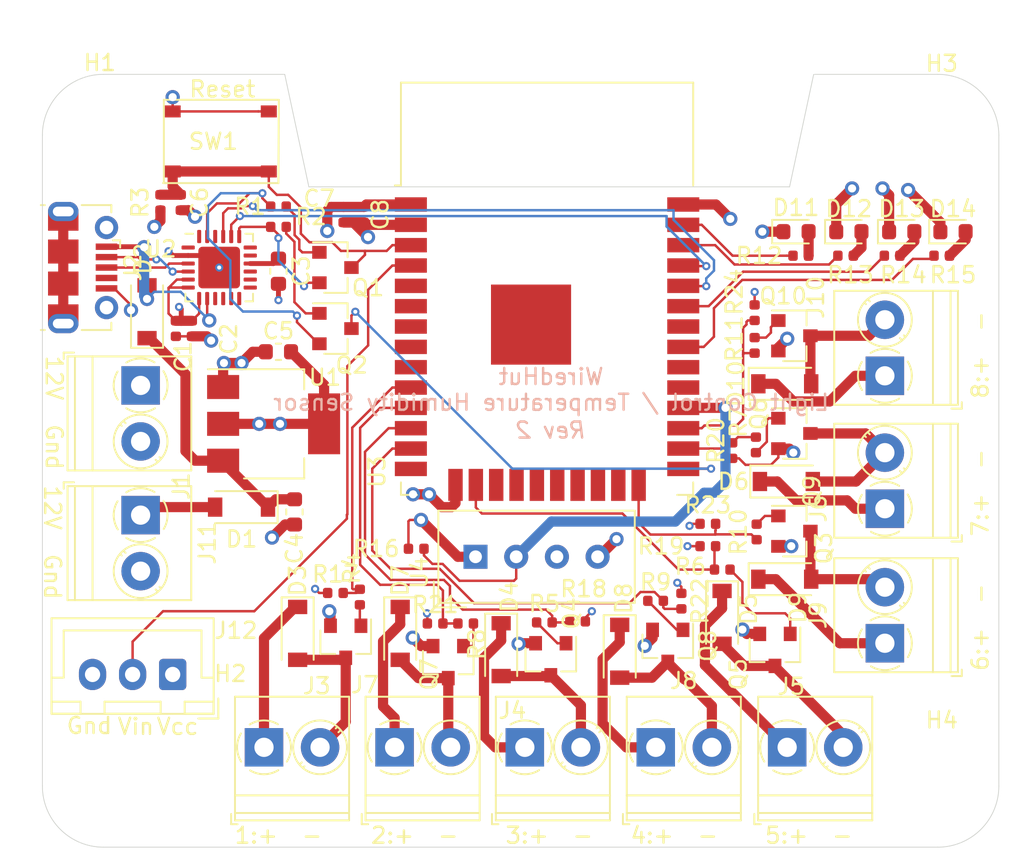
<source format=kicad_pcb>
(kicad_pcb (version 20171130) (host pcbnew "(5.1.4)-1")
  (layers (0 F.Cu signal) (1 In1.Cu power) (2 In2.Cu power) (31 B.Cu signal) (34 B.Paste user) (35 F.Paste user) (36 B.SilkS user) (37 F.SilkS user) (38 B.Mask user) (39 F.Mask user) (44 Edge.Cuts user))
  (net 0 "")
  (net 1 GND)
  (net 2 +3V3)
  (net 3 "Net-(C3-Pad1)")
  (net 4 "Net-(C4-Pad1)")
  (net 5 /EN)
  (net 6 VCC)
  (net 7 VBUS)
  (net 8 /USB_RTS)
  (net 9 "Net-(Q1-Pad1)")
  (net 10 /IO0)
  (net 11 /USB_DTR)
  (net 12 "Net-(Q2-Pad1)")
  (net 13 /USB_TX)
  (net 14 /USB_RX)
  (net 15 /USB_DM)
  (net 16 /USB_DP)
  (net 17 "Net-(D3-Pad2)")
  (net 18 "Net-(D4-Pad2)")
  (net 19 "Net-(D5-Pad2)")
  (net 20 "Net-(D6-Pad2)")
  (net 21 "Net-(D7-Pad2)")
  (net 22 "Net-(D8-Pad2)")
  (net 23 "Net-(D9-Pad2)")
  (net 24 "Net-(D10-Pad2)")
  (net 25 "Net-(Q3-Pad1)")
  (net 26 "Net-(Q4-Pad1)")
  (net 27 "Net-(Q5-Pad1)")
  (net 28 "Net-(Q6-Pad1)")
  (net 29 "Net-(Q7-Pad1)")
  (net 30 "Net-(Q8-Pad1)")
  (net 31 "Net-(Q9-Pad1)")
  (net 32 "Net-(Q10-Pad1)")
  (net 33 /PIR_A)
  (net 34 /CH_1)
  (net 35 /CH_3)
  (net 36 /CH_5)
  (net 37 /CH_7)
  (net 38 /CH_2)
  (net 39 /CH_4)
  (net 40 /CH_6)
  (net 41 /CH_8)
  (net 42 "Net-(D11-Pad2)")
  (net 43 "Net-(D12-Pad2)")
  (net 44 "Net-(D13-Pad2)")
  (net 45 "Net-(D14-Pad2)")
  (net 46 /LED1)
  (net 47 /LED2)
  (net 48 /LED3)
  (net 49 /LED4)
  (net 50 /DHT_IO)
  (module Resistor_SMD:R_0402_1005Metric (layer F.Cu) (at 147.32 68.857 270)
    (fp_text reference R24 (at -1.293 1.27 90) (layer F.SilkS))
    (fp_text value 10kR)
    (pad 2 smd roundrect (at 0.485 0 270) (size 0.59 0.64) (layers F.Cu F.Paste F.Mask) (net 41 /CH_8))
    (pad 1 smd roundrect (at -0.485 0 270) (size 0.59 0.64) (layers F.Cu F.Paste F.Mask) (net 1 GND))
  )
  (module Resistor_SMD:R_0402_1005Metric (layer F.Cu) (at 144.399 82.042)
    (fp_text reference R23 (at 0 -1.17) (layer F.SilkS))
    (fp_text value 10kR)
    (pad 2 smd roundrect (at 0.485 0) (size 0.59 0.64) (layers F.Cu F.Paste F.Mask) (net 40 /CH_6))
    (pad 1 smd roundrect (at -0.485 0) (size 0.59 0.64) (layers F.Cu F.Paste F.Mask) (net 1 GND))
  )
  (module Resistor_SMD:R_0402_1005Metric (layer F.Cu) (at 142.748 86.868 270)
    (fp_text reference R22 (at 0 -1.17 90) (layer F.SilkS))
    (fp_text value 10kR)
    (pad 2 smd roundrect (at 0.485 0 270) (size 0.59 0.64) (layers F.Cu F.Paste F.Mask) (net 39 /CH_4))
    (pad 1 smd roundrect (at -0.485 0 270) (size 0.59 0.64) (layers F.Cu F.Paste F.Mask) (net 1 GND))
  )
  (module Resistor_SMD:R_0402_1005Metric (layer F.Cu) (at 127.381 88.265)
    (fp_text reference R21 (at 0 -1.17) (layer F.SilkS))
    (fp_text value 10kR)
    (pad 2 smd roundrect (at 0.485 0) (size 0.59 0.64) (layers F.Cu F.Paste F.Mask) (net 38 /CH_2))
    (pad 1 smd roundrect (at -0.485 0) (size 0.59 0.64) (layers F.Cu F.Paste F.Mask) (net 1 GND))
  )
  (module Resistor_SMD:R_0402_1005Metric (layer F.Cu) (at 145.923 77.47 90)
    (fp_text reference R20 (at 0.635 -1.016 90) (layer F.SilkS))
    (fp_text value 10kR)
    (pad 2 smd roundrect (at 0.485 0 90) (size 0.59 0.64) (layers F.Cu F.Paste F.Mask) (net 37 /CH_7))
    (pad 1 smd roundrect (at -0.485 0 90) (size 0.59 0.64) (layers F.Cu F.Paste F.Mask) (net 1 GND))
  )
  (module Resistor_SMD:R_0402_1005Metric (layer F.Cu) (at 144.399 83.439)
    (fp_text reference R19 (at -2.921 0) (layer F.SilkS))
    (fp_text value 10kR)
    (pad 2 smd roundrect (at 0.485 0) (size 0.59 0.64) (layers F.Cu F.Paste F.Mask) (net 36 /CH_5))
    (pad 1 smd roundrect (at -0.485 0) (size 0.59 0.64) (layers F.Cu F.Paste F.Mask) (net 1 GND))
  )
  (module Resistor_SMD:R_0402_1005Metric (layer F.Cu) (at 136.271 88.138 180)
    (fp_text reference R18 (at -0.381 2.032) (layer F.SilkS))
    (fp_text value 10kR)
    (pad 2 smd roundrect (at 0.485 0 180) (size 0.59 0.64) (layers F.Cu F.Paste F.Mask) (net 35 /CH_3))
    (pad 1 smd roundrect (at -0.485 0 180) (size 0.59 0.64) (layers F.Cu F.Paste F.Mask) (net 1 GND))
  )
  (module Resistor_SMD:R_0402_1005Metric (layer F.Cu) (at 121.158 86.36)
    (fp_text reference R17 (at 0 -1.17) (layer F.SilkS))
    (fp_text value 10kR)
    (pad 2 smd roundrect (at 0.485 0) (size 0.59 0.64) (layers F.Cu F.Paste F.Mask) (net 34 /CH_1))
    (pad 1 smd roundrect (at -0.485 0) (size 0.59 0.64) (layers F.Cu F.Paste F.Mask) (net 1 GND))
  )
  (module footprints:TS-1187A (layer F.Cu) (at 114 58.166)
    (fp_text reference SW1 (at -0.462 0) (layer F.SilkS))
    (fp_text value SW_Push)
    (pad 2 smd rect (at 3 1.875) (size 1 0.75) (layers F.Cu F.Paste F.Mask) (net 5 /EN))
    (pad 2 smd rect (at -3 1.875) (size 1 0.75) (layers F.Cu F.Paste F.Mask) (net 5 /EN))
    (pad 1 smd rect (at 3 -1.875) (size 1 0.75) (layers F.Cu F.Paste F.Mask) (net 1 GND))
    (pad 1 smd rect (at -3 -1.875) (size 1 0.75) (layers F.Cu F.Paste F.Mask) (net 1 GND))
  )
  (module Resistor_SMD:R_0402_1005Metric (layer F.Cu) (at 126.2 83.6 180)
    (fp_text reference R16 (at 2.5 0) (layer F.SilkS))
    (fp_text value 10kR)
    (pad 2 smd roundrect (at 0.485 0 180) (size 0.59 0.64) (layers F.Cu F.Paste F.Mask) (net 2 +3V3))
    (pad 1 smd roundrect (at -0.485 0 180) (size 0.59 0.64) (layers F.Cu F.Paste F.Mask) (net 50 /DHT_IO))
  )
  (module Sensor:Aosong_DHT11_5.5x12.0_P2.54mm (layer F.Cu) (at 129.9 84.1 90)
    (fp_text reference U4 (at -1 -3.5 90) (layer F.SilkS))
    (fp_text value DHT11)
    (pad 4 thru_hole circle (at 0 7.62 90) (size 1.5 1.5) (drill 0.8) (layers *.Cu *.Mask) (net 1 GND))
    (pad 3 thru_hole circle (at 0 5.08 90) (size 1.5 1.5) (drill 0.8) (layers *.Cu *.Mask))
    (pad 2 thru_hole circle (at 0 2.54 90) (size 1.5 1.5) (drill 0.8) (layers *.Cu *.Mask) (net 50 /DHT_IO))
    (pad 1 thru_hole rect (at 0 0 90) (size 1.5 1.5) (drill 0.8) (layers *.Cu *.Mask) (net 2 +3V3))
  )
  (module Resistor_SMD:R_0402_1005Metric (layer F.Cu) (at 159 65.3)
    (fp_text reference R15 (at 0.7 1.2) (layer F.SilkS))
    (fp_text value 150R)
    (pad 2 smd roundrect (at 0.485 0) (size 0.59 0.64) (layers F.Cu F.Paste F.Mask) (net 45 "Net-(D14-Pad2)"))
    (pad 1 smd roundrect (at -0.485 0) (size 0.59 0.64) (layers F.Cu F.Paste F.Mask) (net 49 /LED4))
  )
  (module Resistor_SMD:R_0402_1005Metric (layer F.Cu) (at 155.9 65.3)
    (fp_text reference R14 (at 0.7 1.2) (layer F.SilkS))
    (fp_text value 150R)
    (pad 2 smd roundrect (at 0.485 0) (size 0.59 0.64) (layers F.Cu F.Paste F.Mask) (net 44 "Net-(D13-Pad2)"))
    (pad 1 smd roundrect (at -0.485 0) (size 0.59 0.64) (layers F.Cu F.Paste F.Mask) (net 48 /LED3))
  )
  (module Resistor_SMD:R_0402_1005Metric (layer F.Cu) (at 153 65.3)
    (fp_text reference R13 (at 0.3 1.2) (layer F.SilkS))
    (fp_text value 47R)
    (pad 2 smd roundrect (at 0.485 0) (size 0.59 0.64) (layers F.Cu F.Paste F.Mask) (net 43 "Net-(D12-Pad2)"))
    (pad 1 smd roundrect (at -0.485 0) (size 0.59 0.64) (layers F.Cu F.Paste F.Mask) (net 47 /LED2))
  )
  (module Resistor_SMD:R_0402_1005Metric (layer F.Cu) (at 150.2 65.3)
    (fp_text reference R12 (at -2.6 0) (layer F.SilkS))
    (fp_text value 47R)
    (pad 2 smd roundrect (at 0.485 0) (size 0.59 0.64) (layers F.Cu F.Paste F.Mask) (net 42 "Net-(D11-Pad2)"))
    (pad 1 smd roundrect (at -0.485 0) (size 0.59 0.64) (layers F.Cu F.Paste F.Mask) (net 46 /LED1))
  )
  (module LED_SMD:LED_0603_1608Metric (layer F.Cu) (at 159.7 63.8)
    (fp_text reference D14 (at 0 -1.43) (layer F.SilkS))
    (fp_text value Red)
    (pad 2 smd roundrect (at 0.7875 0) (size 0.875 0.95) (layers F.Cu F.Paste F.Mask) (net 45 "Net-(D14-Pad2)"))
    (pad 1 smd roundrect (at -0.7875 0) (size 0.875 0.95) (layers F.Cu F.Paste F.Mask) (net 1 GND))
  )
  (module LED_SMD:LED_0603_1608Metric (layer F.Cu) (at 156.5 63.8)
    (fp_text reference D13 (at 0 -1.43) (layer F.SilkS))
    (fp_text value Red)
    (pad 2 smd roundrect (at 0.7875 0) (size 0.875 0.95) (layers F.Cu F.Paste F.Mask) (net 44 "Net-(D13-Pad2)"))
    (pad 1 smd roundrect (at -0.7875 0) (size 0.875 0.95) (layers F.Cu F.Paste F.Mask) (net 1 GND))
  )
  (module LED_SMD:LED_0603_1608Metric (layer F.Cu) (at 153.2 63.8)
    (fp_text reference D12 (at 0 -1.43) (layer F.SilkS))
    (fp_text value Green)
    (pad 2 smd roundrect (at 0.7875 0) (size 0.875 0.95) (layers F.Cu F.Paste F.Mask) (net 43 "Net-(D12-Pad2)"))
    (pad 1 smd roundrect (at -0.7875 0) (size 0.875 0.95) (layers F.Cu F.Paste F.Mask) (net 1 GND))
  )
  (module LED_SMD:LED_0603_1608Metric (layer F.Cu) (at 149.9 63.8)
    (fp_text reference D11 (at 0 -1.5) (layer F.SilkS))
    (fp_text value Green)
    (pad 2 smd roundrect (at 0.7875 0) (size 0.875 0.95) (layers F.Cu F.Paste F.Mask) (net 42 "Net-(D11-Pad2)"))
    (pad 1 smd roundrect (at -0.7875 0) (size 0.875 0.95) (layers F.Cu F.Paste F.Mask) (net 1 GND))
  )
  (module MountingHole:MountingHole_3.2mm_M3 (layer F.Cu) (at 159 98.5)
    (fp_text reference H4 (at 0 -4.2) (layer F.SilkS))
    (fp_text value MountingHole)
    (pad 1 np_thru_hole circle (at 0 0) (size 3.2 3.2) (drill 3.2) (layers *.Cu *.Mask))
  )
  (module MountingHole:MountingHole_3.2mm_M3 (layer F.Cu) (at 159 57.5)
    (fp_text reference H3 (at 0 -4.2) (layer F.SilkS))
    (fp_text value MountingHole)
    (pad 1 np_thru_hole circle (at 0 0) (size 3.2 3.2) (drill 3.2) (layers *.Cu *.Mask))
  )
  (module MountingHole:MountingHole_3.2mm_M3 (layer F.Cu) (at 106.5 98.5)
    (fp_text reference H2 (at 8.1 -7.1) (layer F.SilkS))
    (fp_text value MountingHole)
    (pad 1 np_thru_hole circle (at 0 0) (size 3.2 3.2) (drill 3.2) (layers *.Cu *.Mask))
  )
  (module MountingHole:MountingHole_3.2mm_M3 (layer F.Cu) (at 106.45 57.45)
    (fp_text reference H1 (at 0 -4.2) (layer F.SilkS))
    (fp_text value MountingHole)
    (pad 1 np_thru_hole circle (at 0 0) (size 3.2 3.2) (drill 3.2) (layers *.Cu *.Mask))
  )
  (module TerminalBlock_Phoenix:TerminalBlock_Phoenix_PT-1,5-2-3.5-H_1x02_P3.50mm_Horizontal (layer F.Cu) (at 141.15 96)
    (fp_text reference J8 (at 1.75 -4.16) (layer F.SilkS))
    (fp_text value Screw_Terminal_01x02)
    (pad 2 thru_hole circle (at 3.5 0) (size 2.4 2.4) (drill 1.2) (layers *.Cu *.Mask) (net 22 "Net-(D8-Pad2)"))
    (pad 1 thru_hole rect (at 0 0) (size 2.4 2.4) (drill 1.2) (layers *.Cu *.Mask) (net 6 VCC))
  )
  (module Connector_JST:JST_XH_B3B-XH-A_1x03_P2.50mm_Vertical (layer F.Cu) (at 111 91.45 180)
    (fp_text reference J12 (at -3.95 2.75) (layer F.SilkS))
    (fp_text value Conn_01x03)
    (pad 3 thru_hole oval (at 5 0 180) (size 1.7 1.95) (drill 0.95) (layers *.Cu *.Mask) (net 1 GND))
    (pad 2 thru_hole oval (at 2.5 0 180) (size 1.7 1.95) (drill 0.95) (layers *.Cu *.Mask) (net 33 /PIR_A))
    (pad 1 thru_hole roundrect (at 0 0 180) (size 1.7 1.95) (drill 0.95) (layers *.Cu *.Mask) (roundrect_rratio 0.147059) (net 6 VCC))
  )
  (module TerminalBlock_Phoenix:TerminalBlock_Phoenix_PT-1,5-2-3.5-H_1x02_P3.50mm_Horizontal (layer F.Cu) (at 109 81.5 270)
    (fp_text reference J11 (at 1.75 -4.16 90) (layer F.SilkS))
    (fp_text value Screw_Terminal_01x02)
    (pad 2 thru_hole circle (at 3.5 0 270) (size 2.4 2.4) (drill 1.2) (layers *.Cu *.Mask) (net 1 GND))
    (pad 1 thru_hole rect (at 0 0 270) (size 2.4 2.4) (drill 1.2) (layers *.Cu *.Mask) (net 6 VCC))
  )
  (module Resistor_SMD:R_0402_1005Metric (layer F.Cu) (at 122.682 86.614 90)
    (fp_text reference R4 (at 1.778 -0.508 90) (layer F.SilkS))
    (fp_text value 100R)
    (pad 2 smd roundrect (at 0.485 0 90) (size 0.59 0.64) (layers F.Cu F.Paste F.Mask) (net 34 /CH_1))
    (pad 1 smd roundrect (at -0.485 0 90) (size 0.59 0.64) (layers F.Cu F.Paste F.Mask) (net 25 "Net-(Q3-Pad1)"))
  )
  (module TerminalBlock_Phoenix:TerminalBlock_Phoenix_PT-1,5-2-3.5-H_1x02_P3.50mm_Horizontal (layer F.Cu) (at 155.448 72.8 90)
    (fp_text reference J10 (at 4.9 -4.318 90) (layer F.SilkS))
    (fp_text value Screw_Terminal_01x02)
    (pad 2 thru_hole circle (at 3.5 0 90) (size 2.4 2.4) (drill 1.2) (layers *.Cu *.Mask) (net 24 "Net-(D10-Pad2)"))
    (pad 1 thru_hole rect (at 0 0 90) (size 2.4 2.4) (drill 1.2) (layers *.Cu *.Mask) (net 6 VCC))
  )
  (module TerminalBlock_Phoenix:TerminalBlock_Phoenix_PT-1,5-2-3.5-H_1x02_P3.50mm_Horizontal (layer F.Cu) (at 155.448 89.5 90)
    (fp_text reference J9 (at 1.75 -4.16 90) (layer F.SilkS))
    (fp_text value Screw_Terminal_01x02)
    (pad 2 thru_hole circle (at 3.5 0 90) (size 2.4 2.4) (drill 1.2) (layers *.Cu *.Mask) (net 23 "Net-(D9-Pad2)"))
    (pad 1 thru_hole rect (at 0 0 90) (size 2.4 2.4) (drill 1.2) (layers *.Cu *.Mask) (net 6 VCC))
  )
  (module TerminalBlock_Phoenix:TerminalBlock_Phoenix_PT-1,5-2-3.5-H_1x02_P3.50mm_Horizontal (layer F.Cu) (at 124.85 96)
    (fp_text reference J7 (at -1.85 -3.9) (layer F.SilkS))
    (fp_text value Screw_Terminal_01x02)
    (pad 2 thru_hole circle (at 3.5 0) (size 2.4 2.4) (drill 1.2) (layers *.Cu *.Mask) (net 21 "Net-(D7-Pad2)"))
    (pad 1 thru_hole rect (at 0 0) (size 2.4 2.4) (drill 1.2) (layers *.Cu *.Mask) (net 6 VCC))
  )
  (module TerminalBlock_Phoenix:TerminalBlock_Phoenix_PT-1,5-2-3.5-H_1x02_P3.50mm_Horizontal (layer F.Cu) (at 155.448 81.1 90)
    (fp_text reference J6 (at 0 -4.16 90) (layer F.SilkS))
    (fp_text value Screw_Terminal_01x02)
    (pad 2 thru_hole circle (at 3.5 0 90) (size 2.4 2.4) (drill 1.2) (layers *.Cu *.Mask) (net 20 "Net-(D6-Pad2)"))
    (pad 1 thru_hole rect (at 0 0 90) (size 2.4 2.4) (drill 1.2) (layers *.Cu *.Mask) (net 6 VCC))
  )
  (module TerminalBlock_Phoenix:TerminalBlock_Phoenix_PT-1,5-2-3.5-H_1x02_P3.50mm_Horizontal (layer F.Cu) (at 149.35 96)
    (fp_text reference J5 (at 0.256 -3.798) (layer F.SilkS))
    (fp_text value Screw_Terminal_01x02)
    (pad 2 thru_hole circle (at 3.5 0) (size 2.4 2.4) (drill 1.2) (layers *.Cu *.Mask) (net 19 "Net-(D5-Pad2)"))
    (pad 1 thru_hole rect (at 0 0) (size 2.4 2.4) (drill 1.2) (layers *.Cu *.Mask) (net 6 VCC))
  )
  (module TerminalBlock_Phoenix:TerminalBlock_Phoenix_PT-1,5-2-3.5-H_1x02_P3.50mm_Horizontal (layer F.Cu) (at 132.978 96)
    (fp_text reference J4 (at -0.778 -2.3) (layer F.SilkS))
    (fp_text value Screw_Terminal_01x02)
    (pad 2 thru_hole circle (at 3.5 0) (size 2.4 2.4) (drill 1.2) (layers *.Cu *.Mask) (net 18 "Net-(D4-Pad2)"))
    (pad 1 thru_hole rect (at 0 0) (size 2.4 2.4) (drill 1.2) (layers *.Cu *.Mask) (net 6 VCC))
  )
  (module Package_TO_SOT_SMD:SOT-23 (layer F.Cu) (at 149.8 70.3)
    (fp_text reference Q10 (at -0.702 -2.482) (layer F.SilkS))
    (fp_text value Q_NMOS_GDS)
    (pad 3 smd rect (at 1 0) (size 0.9 0.8) (layers F.Cu F.Paste F.Mask) (net 24 "Net-(D10-Pad2)"))
    (pad 2 smd rect (at -1 0.95) (size 0.9 0.8) (layers F.Cu F.Paste F.Mask) (net 1 GND))
    (pad 1 smd rect (at -1 -0.95) (size 0.9 0.8) (layers F.Cu F.Paste F.Mask) (net 32 "Net-(Q10-Pad1)"))
  )
  (module Package_TO_SOT_SMD:SOT-23 (layer F.Cu) (at 149.8 82.5)
    (fp_text reference Q9 (at 1.1 -2.5 270) (layer F.SilkS))
    (fp_text value Q_NMOS_GDS)
    (pad 3 smd rect (at 1 0) (size 0.9 0.8) (layers F.Cu F.Paste F.Mask) (net 23 "Net-(D9-Pad2)"))
    (pad 2 smd rect (at -1 0.95) (size 0.9 0.8) (layers F.Cu F.Paste F.Mask) (net 1 GND))
    (pad 1 smd rect (at -1 -0.95) (size 0.9 0.8) (layers F.Cu F.Paste F.Mask) (net 31 "Net-(Q9-Pad1)"))
  )
  (module Package_TO_SOT_SMD:SOT-23 (layer F.Cu) (at 141.9 89.662 270)
    (fp_text reference Q8 (at 0 -2.5 90) (layer F.SilkS))
    (fp_text value Q_NMOS_GDS)
    (pad 3 smd rect (at 1 0 270) (size 0.9 0.8) (layers F.Cu F.Paste F.Mask) (net 22 "Net-(D8-Pad2)"))
    (pad 2 smd rect (at -1 0.95 270) (size 0.9 0.8) (layers F.Cu F.Paste F.Mask) (net 1 GND))
    (pad 1 smd rect (at -1 -0.95 270) (size 0.9 0.8) (layers F.Cu F.Paste F.Mask) (net 30 "Net-(Q8-Pad1)"))
  )
  (module Package_TO_SOT_SMD:SOT-23 (layer F.Cu) (at 128.2 90.678 270)
    (fp_text reference Q7 (at 0.762 1.2 90) (layer F.SilkS))
    (fp_text value Q_NMOS_GDS)
    (pad 3 smd rect (at 1 0 270) (size 0.9 0.8) (layers F.Cu F.Paste F.Mask) (net 21 "Net-(D7-Pad2)"))
    (pad 2 smd rect (at -1 0.95 270) (size 0.9 0.8) (layers F.Cu F.Paste F.Mask) (net 1 GND))
    (pad 1 smd rect (at -1 -0.95 270) (size 0.9 0.8) (layers F.Cu F.Paste F.Mask) (net 29 "Net-(Q7-Pad1)"))
  )
  (module Package_TO_SOT_SMD:SOT-23 (layer F.Cu) (at 149.8 76.4)
    (fp_text reference Q6 (at -2.226 -1.216 270) (layer F.SilkS))
    (fp_text value Q_NMOS_GDS)
    (pad 3 smd rect (at 1 0) (size 0.9 0.8) (layers F.Cu F.Paste F.Mask) (net 20 "Net-(D6-Pad2)"))
    (pad 2 smd rect (at -1 0.95) (size 0.9 0.8) (layers F.Cu F.Paste F.Mask) (net 1 GND))
    (pad 1 smd rect (at -1 -0.95) (size 0.9 0.8) (layers F.Cu F.Paste F.Mask) (net 28 "Net-(Q6-Pad1)"))
  )
  (module Package_TO_SOT_SMD:SOT-23 (layer F.Cu) (at 148.59 89.916 270)
    (fp_text reference Q5 (at 1.524 2.286 90) (layer F.SilkS))
    (fp_text value Q_NMOS_GDS)
    (pad 3 smd rect (at 1 0 270) (size 0.9 0.8) (layers F.Cu F.Paste F.Mask) (net 19 "Net-(D5-Pad2)"))
    (pad 2 smd rect (at -1 0.95 270) (size 0.9 0.8) (layers F.Cu F.Paste F.Mask) (net 1 GND))
    (pad 1 smd rect (at -1 -0.95 270) (size 0.9 0.8) (layers F.Cu F.Paste F.Mask) (net 27 "Net-(Q5-Pad1)"))
  )
  (module Package_TO_SOT_SMD:SOT-23 (layer F.Cu) (at 134.6 90.5 270)
    (fp_text reference Q4 (at -2.87 -1.29 90) (layer F.SilkS))
    (fp_text value Q_NMOS_GDS)
    (pad 3 smd rect (at 1 0 270) (size 0.9 0.8) (layers F.Cu F.Paste F.Mask) (net 18 "Net-(D4-Pad2)"))
    (pad 2 smd rect (at -1 0.95 270) (size 0.9 0.8) (layers F.Cu F.Paste F.Mask) (net 1 GND))
    (pad 1 smd rect (at -1 -0.95 270) (size 0.9 0.8) (layers F.Cu F.Paste F.Mask) (net 26 "Net-(Q4-Pad1)"))
  )
  (module Package_TO_SOT_SMD:SOT-23 (layer F.Cu) (at 121.8 89.408 270)
    (fp_text reference Q3 (at -5.842 -29.838 90) (layer F.SilkS))
    (fp_text value Q_NMOS_GSD)
    (pad 3 smd rect (at 1 0 270) (size 0.9 0.8) (layers F.Cu F.Paste F.Mask) (net 17 "Net-(D3-Pad2)"))
    (pad 2 smd rect (at -1 0.95 270) (size 0.9 0.8) (layers F.Cu F.Paste F.Mask) (net 1 GND))
    (pad 1 smd rect (at -1 -0.95 270) (size 0.9 0.8) (layers F.Cu F.Paste F.Mask) (net 25 "Net-(Q3-Pad1)"))
  )
  (module Diode_SMD:D_SOD-123 (layer F.Cu) (at 149.2 73.3)
    (fp_text reference D10 (at -3.048 0 90) (layer F.SilkS))
    (fp_text value D_Schottky)
    (pad 2 smd rect (at 1.65 0) (size 0.9 1.2) (layers F.Cu F.Paste F.Mask) (net 24 "Net-(D10-Pad2)"))
    (pad 1 smd rect (at -1.65 0) (size 0.9 1.2) (layers F.Cu F.Paste F.Mask) (net 6 VCC))
  )
  (module Diode_SMD:D_SOD-123 (layer F.Cu) (at 149.2 85.5)
    (fp_text reference D9 (at 0.825 1.775 90) (layer F.SilkS))
    (fp_text value D_Schottky)
    (pad 2 smd rect (at 1.65 0) (size 0.9 1.2) (layers F.Cu F.Paste F.Mask) (net 23 "Net-(D9-Pad2)"))
    (pad 1 smd rect (at -1.65 0) (size 0.9 1.2) (layers F.Cu F.Paste F.Mask) (net 6 VCC))
  )
  (module Diode_SMD:D_SOD-123 (layer F.Cu) (at 138.9 90 270)
    (fp_text reference D8 (at -3.302 -0.254 90) (layer F.SilkS))
    (fp_text value D_Schottky)
    (pad 2 smd rect (at 1.65 0 270) (size 0.9 1.2) (layers F.Cu F.Paste F.Mask) (net 22 "Net-(D8-Pad2)"))
    (pad 1 smd rect (at -1.65 0 270) (size 0.9 1.2) (layers F.Cu F.Paste F.Mask) (net 6 VCC))
  )
  (module Diode_SMD:D_SOD-123 (layer F.Cu) (at 125.2 88.884 270)
    (fp_text reference D7 (at -3.302 0 90) (layer F.SilkS))
    (fp_text value D_Schottky)
    (pad 2 smd rect (at 1.65 0 270) (size 0.9 1.2) (layers F.Cu F.Paste F.Mask) (net 21 "Net-(D7-Pad2)"))
    (pad 1 smd rect (at -1.65 0 270) (size 0.9 1.2) (layers F.Cu F.Paste F.Mask) (net 6 VCC))
  )
  (module Diode_SMD:D_SOD-123 (layer F.Cu) (at 149.3 79.4)
    (fp_text reference D6 (at -3.302 0) (layer F.SilkS))
    (fp_text value D_Schottky)
    (pad 2 smd rect (at 1.65 0) (size 0.9 1.2) (layers F.Cu F.Paste F.Mask) (net 20 "Net-(D6-Pad2)"))
    (pad 1 smd rect (at -1.65 0) (size 0.9 1.2) (layers F.Cu F.Paste F.Mask) (net 6 VCC))
  )
  (module Diode_SMD:D_SOD-123 (layer F.Cu) (at 145.288 87.884 270)
    (fp_text reference D5 (at -0.508 -1.651 90) (layer F.SilkS))
    (fp_text value D_Schottky)
    (pad 2 smd rect (at 1.65 0 270) (size 0.9 1.2) (layers F.Cu F.Paste F.Mask) (net 19 "Net-(D5-Pad2)"))
    (pad 1 smd rect (at -1.65 0 270) (size 0.9 1.2) (layers F.Cu F.Paste F.Mask) (net 6 VCC))
  )
  (module Diode_SMD:D_SOD-123 (layer F.Cu) (at 131.5 89.9 270)
    (fp_text reference D4 (at -3.302 -0.508 90) (layer F.SilkS))
    (fp_text value D_Schottky)
    (pad 2 smd rect (at 1.65 0 270) (size 0.9 1.2) (layers F.Cu F.Paste F.Mask) (net 18 "Net-(D4-Pad2)"))
    (pad 1 smd rect (at -1.65 0 270) (size 0.9 1.2) (layers F.Cu F.Paste F.Mask) (net 6 VCC))
  )
  (module Diode_SMD:D_SOD-123 (layer F.Cu) (at 118.8 88.884 270)
    (fp_text reference D3 (at -3.302 0 90) (layer F.SilkS))
    (fp_text value D_Schottky)
    (pad 2 smd rect (at 1.65 0 270) (size 0.9 1.2) (layers F.Cu F.Paste F.Mask) (net 17 "Net-(D3-Pad2)"))
    (pad 1 smd rect (at -1.65 0 270) (size 0.9 1.2) (layers F.Cu F.Paste F.Mask) (net 6 VCC))
  )
  (module Diode_SMD:D_SOD-123 (layer F.Cu) (at 109.4 68.8 90)
    (fp_text reference D2 (at 3.302 -0.254 90) (layer F.SilkS))
    (fp_text value D_Schottky)
    (pad 2 smd rect (at 1.65 0 90) (size 0.9 1.2) (layers F.Cu F.Paste F.Mask) (net 7 VBUS))
    (pad 1 smd rect (at -1.65 0 90) (size 0.9 1.2) (layers F.Cu F.Paste F.Mask) (net 4 "Net-(C4-Pad1)"))
  )
  (module Diode_SMD:D_SOD-123 (layer F.Cu) (at 115.3 81 180)
    (fp_text reference D1 (at 0 -2) (layer F.SilkS))
    (fp_text value D_Schottky)
    (pad 2 smd rect (at 1.65 0 180) (size 0.9 1.2) (layers F.Cu F.Paste F.Mask) (net 6 VCC))
    (pad 1 smd rect (at -1.65 0 180) (size 0.9 1.2) (layers F.Cu F.Paste F.Mask) (net 4 "Net-(C4-Pad1)"))
  )
  (module TerminalBlock_Phoenix:TerminalBlock_Phoenix_PT-1,5-2-3.5-H_1x02_P3.50mm_Horizontal (layer F.Cu) (at 116.7 96)
    (fp_text reference J3 (at 3.294 -3.834) (layer F.SilkS))
    (fp_text value Screw_Terminal_01x02)
    (pad 2 thru_hole circle (at 3.5 0) (size 2.4 2.4) (drill 1.2) (layers *.Cu *.Mask) (net 17 "Net-(D3-Pad2)"))
    (pad 1 thru_hole rect (at 0 0) (size 2.4 2.4) (drill 1.2) (layers *.Cu *.Mask) (net 6 VCC))
  )
  (module TerminalBlock_Phoenix:TerminalBlock_Phoenix_PT-1,5-2-3.5-H_1x02_P3.50mm_Horizontal (layer F.Cu) (at 109 73.4 270)
    (fp_text reference J1 (at 6.294 -2.54 90) (layer F.SilkS))
    (fp_text value Screw_Terminal_01x02)
    (pad 2 thru_hole circle (at 3.5 0 270) (size 2.4 2.4) (drill 1.2) (layers *.Cu *.Mask) (net 1 GND))
    (pad 1 thru_hole rect (at 0 0 270) (size 2.4 2.4) (drill 1.2) (layers *.Cu *.Mask) (net 6 VCC))
  )
  (module Resistor_SMD:R_0402_1005Metric (layer F.Cu) (at 147.32 70.9 270)
    (fp_text reference R11 (at -0.415 1.27 90) (layer F.SilkS))
    (fp_text value 100R)
    (pad 2 smd roundrect (at 0.485 0 270) (size 0.59 0.64) (layers F.Cu F.Paste F.Mask) (net 41 /CH_8))
    (pad 1 smd roundrect (at -0.485 0 270) (size 0.59 0.64) (layers F.Cu F.Paste F.Mask) (net 32 "Net-(Q10-Pad1)"))
  )
  (module Resistor_SMD:R_0402_1005Metric (layer F.Cu) (at 147.447 82.55 270)
    (fp_text reference R10 (at 0 1.143 90) (layer F.SilkS))
    (fp_text value 100R)
    (pad 2 smd roundrect (at 0.485 0 270) (size 0.59 0.64) (layers F.Cu F.Paste F.Mask) (net 40 /CH_6))
    (pad 1 smd roundrect (at -0.485 0 270) (size 0.59 0.64) (layers F.Cu F.Paste F.Mask) (net 31 "Net-(Q9-Pad1)"))
  )
  (module Resistor_SMD:R_0402_1005Metric (layer F.Cu) (at 141.138 86.852)
    (fp_text reference R9 (at 0 -1.17) (layer F.SilkS))
    (fp_text value 100R)
    (pad 2 smd roundrect (at 0.485 0) (size 0.59 0.64) (layers F.Cu F.Paste F.Mask) (net 39 /CH_4))
    (pad 1 smd roundrect (at -0.485 0) (size 0.59 0.64) (layers F.Cu F.Paste F.Mask) (net 30 "Net-(Q8-Pad1)"))
  )
  (module Resistor_SMD:R_0402_1005Metric (layer F.Cu) (at 129.286 88.265 180)
    (fp_text reference R8 (at -0.7 -1.3 90) (layer F.SilkS))
    (fp_text value 100R)
    (pad 2 smd roundrect (at 0.485 0 180) (size 0.59 0.64) (layers F.Cu F.Paste F.Mask) (net 38 /CH_2))
    (pad 1 smd roundrect (at -0.485 0 180) (size 0.59 0.64) (layers F.Cu F.Paste F.Mask) (net 29 "Net-(Q7-Pad1)"))
  )
  (module Resistor_SMD:R_0402_1005Metric (layer F.Cu) (at 147.4 77.115 90)
    (fp_text reference R7 (at 1.423 -1.096 90) (layer F.SilkS))
    (fp_text value 100R)
    (pad 2 smd roundrect (at 0.485 0 90) (size 0.59 0.64) (layers F.Cu F.Paste F.Mask) (net 37 /CH_7))
    (pad 1 smd roundrect (at -0.485 0 90) (size 0.59 0.64) (layers F.Cu F.Paste F.Mask) (net 28 "Net-(Q6-Pad1)"))
  )
  (module Resistor_SMD:R_0402_1005Metric (layer F.Cu) (at 145.3 84.9 180)
    (fp_text reference R6 (at 1.995 0.194) (layer F.SilkS))
    (fp_text value 100R)
    (pad 2 smd roundrect (at 0.485 0 180) (size 0.59 0.64) (layers F.Cu F.Paste F.Mask) (net 36 /CH_5))
    (pad 1 smd roundrect (at -0.485 0 180) (size 0.59 0.64) (layers F.Cu F.Paste F.Mask) (net 27 "Net-(Q5-Pad1)"))
  )
  (module Resistor_SMD:R_0402_1005Metric (layer F.Cu) (at 134.2 88.2)
    (fp_text reference R5 (at 0 -1.17) (layer F.SilkS))
    (fp_text value 100R)
    (pad 2 smd roundrect (at 0.485 0) (size 0.59 0.64) (layers F.Cu F.Paste F.Mask) (net 35 /CH_3))
    (pad 1 smd roundrect (at -0.485 0) (size 0.59 0.64) (layers F.Cu F.Paste F.Mask) (net 26 "Net-(Q4-Pad1)"))
  )
  (module Connector_USB:USB_Micro-B_Molex-105017-0001 (layer F.Cu) (at 105.41 66.04 270)
    (fp_text reference J2 (at 0 -3.1125 90) (layer F.SilkS))
    (fp_text value USB_B_Micro)
    (pad 6 smd rect (at -2.9 1.2375 270) (size 1.2 1.9) (layers F.Cu F.Mask) (net 1 GND))
    (pad 6 smd rect (at 2.9 1.2375 270) (size 1.2 1.9) (layers F.Cu F.Mask) (net 1 GND))
    (pad 6 thru_hole oval (at 3.5 1.2375 270) (size 1.2 1.9) (drill oval 0.6 1.3) (layers *.Cu *.Mask) (net 1 GND))
    (pad 6 thru_hole oval (at -3.5 1.2375 90) (size 1.2 1.9) (drill oval 0.6 1.3) (layers *.Cu *.Mask) (net 1 GND))
    (pad 6 smd rect (at -1 1.2375 270) (size 1.5 1.9) (layers F.Cu F.Paste F.Mask) (net 1 GND))
    (pad 6 thru_hole circle (at 2.5 -1.4625 270) (size 1.45 1.45) (drill 0.85) (layers *.Cu *.Mask) (net 1 GND))
    (pad 3 smd rect (at 0 -1.4625 270) (size 0.4 1.35) (layers F.Cu F.Paste F.Mask) (net 16 /USB_DP))
    (pad 4 smd rect (at 0.65 -1.4625 270) (size 0.4 1.35) (layers F.Cu F.Paste F.Mask))
    (pad 5 smd rect (at 1.3 -1.4625 270) (size 0.4 1.35) (layers F.Cu F.Paste F.Mask) (net 1 GND))
    (pad 1 smd rect (at -1.3 -1.4625 270) (size 0.4 1.35) (layers F.Cu F.Paste F.Mask) (net 7 VBUS))
    (pad 2 smd rect (at -0.65 -1.4625 270) (size 0.4 1.35) (layers F.Cu F.Paste F.Mask) (net 15 /USB_DM))
    (pad 6 thru_hole circle (at -2.5 -1.4625 270) (size 1.45 1.45) (drill 0.85) (layers *.Cu *.Mask) (net 1 GND))
    (pad 6 smd rect (at 1 1.2375 270) (size 1.5 1.9) (layers F.Cu F.Paste F.Mask) (net 1 GND))
  )
  (module RF_Module:ESP32-WROOM-32 (layer F.Cu) (at 134.366 70.358)
    (fp_text reference U3 (at -10.61 8.43 90) (layer F.SilkS))
    (fp_text value ESP32-WROOM-32)
    (pad 38 smd rect (at 8.5 -8.255) (size 2 0.9) (layers F.Cu F.Paste F.Mask) (net 1 GND))
    (pad 37 smd rect (at 8.5 -6.985) (size 2 0.9) (layers F.Cu F.Paste F.Mask) (net 46 /LED1))
    (pad 36 smd rect (at 8.5 -5.715) (size 2 0.9) (layers F.Cu F.Paste F.Mask) (net 47 /LED2))
    (pad 35 smd rect (at 8.5 -4.445) (size 2 0.9) (layers F.Cu F.Paste F.Mask) (net 14 /USB_RX))
    (pad 34 smd rect (at 8.5 -3.175) (size 2 0.9) (layers F.Cu F.Paste F.Mask) (net 13 /USB_TX))
    (pad 33 smd rect (at 8.5 -1.905) (size 2 0.9) (layers F.Cu F.Paste F.Mask) (net 48 /LED3))
    (pad 32 smd rect (at 8.5 -0.635) (size 2 0.9) (layers F.Cu F.Paste F.Mask))
    (pad 31 smd rect (at 8.5 0.635) (size 2 0.9) (layers F.Cu F.Paste F.Mask) (net 49 /LED4))
    (pad 30 smd rect (at 8.5 1.905) (size 2 0.9) (layers F.Cu F.Paste F.Mask))
    (pad 29 smd rect (at 8.5 3.175) (size 2 0.9) (layers F.Cu F.Paste F.Mask))
    (pad 28 smd rect (at 8.5 4.445) (size 2 0.9) (layers F.Cu F.Paste F.Mask) (net 50 /DHT_IO))
    (pad 27 smd rect (at 8.5 5.715) (size 2 0.9) (layers F.Cu F.Paste F.Mask) (net 41 /CH_8))
    (pad 26 smd rect (at 8.5 6.985) (size 2 0.9) (layers F.Cu F.Paste F.Mask) (net 37 /CH_7))
    (pad 25 smd rect (at 8.5 8.255) (size 2 0.9) (layers F.Cu F.Paste F.Mask) (net 10 /IO0))
    (pad 24 smd rect (at 5.715 9.255 90) (size 2 0.9) (layers F.Cu F.Paste F.Mask) (net 40 /CH_6))
    (pad 23 smd rect (at 4.445 9.255 90) (size 2 0.9) (layers F.Cu F.Paste F.Mask))
    (pad 22 smd rect (at 3.175 9.255 90) (size 2 0.9) (layers F.Cu F.Paste F.Mask))
    (pad 21 smd rect (at 1.905 9.255 90) (size 2 0.9) (layers F.Cu F.Paste F.Mask))
    (pad 20 smd rect (at 0.635 9.255 90) (size 2 0.9) (layers F.Cu F.Paste F.Mask))
    (pad 19 smd rect (at -0.635 9.255 90) (size 2 0.9) (layers F.Cu F.Paste F.Mask))
    (pad 18 smd rect (at -1.905 9.255 90) (size 2 0.9) (layers F.Cu F.Paste F.Mask))
    (pad 17 smd rect (at -3.175 9.255 90) (size 2 0.9) (layers F.Cu F.Paste F.Mask))
    (pad 16 smd rect (at -4.445 9.255 90) (size 2 0.9) (layers F.Cu F.Paste F.Mask) (net 36 /CH_5))
    (pad 15 smd rect (at -5.715 9.255 90) (size 2 0.9) (layers F.Cu F.Paste F.Mask) (net 1 GND))
    (pad 14 smd rect (at -8.5 8.255) (size 2 0.9) (layers F.Cu F.Paste F.Mask))
    (pad 13 smd rect (at -8.5 6.985) (size 2 0.9) (layers F.Cu F.Paste F.Mask) (net 39 /CH_4))
    (pad 12 smd rect (at -8.5 5.715) (size 2 0.9) (layers F.Cu F.Paste F.Mask) (net 35 /CH_3))
    (pad 11 smd rect (at -8.5 4.445) (size 2 0.9) (layers F.Cu F.Paste F.Mask) (net 38 /CH_2))
    (pad 10 smd rect (at -8.5 3.175) (size 2 0.9) (layers F.Cu F.Paste F.Mask) (net 34 /CH_1))
    (pad 9 smd rect (at -8.5 1.905) (size 2 0.9) (layers F.Cu F.Paste F.Mask))
    (pad 8 smd rect (at -8.5 0.635) (size 2 0.9) (layers F.Cu F.Paste F.Mask))
    (pad 7 smd rect (at -8.5 -0.635) (size 2 0.9) (layers F.Cu F.Paste F.Mask))
    (pad 6 smd rect (at -8.5 -1.905) (size 2 0.9) (layers F.Cu F.Paste F.Mask))
    (pad 5 smd rect (at -8.5 -3.175) (size 2 0.9) (layers F.Cu F.Paste F.Mask))
    (pad 4 smd rect (at -8.5 -4.445) (size 2 0.9) (layers F.Cu F.Paste F.Mask) (net 33 /PIR_A))
    (pad 3 smd rect (at -8.5 -5.715) (size 2 0.9) (layers F.Cu F.Paste F.Mask) (net 5 /EN))
    (pad 2 smd rect (at -8.5 -6.985) (size 2 0.9) (layers F.Cu F.Paste F.Mask) (net 2 +3V3))
    (pad 1 smd rect (at -8.5 -8.255) (size 2 0.9) (layers F.Cu F.Paste F.Mask) (net 1 GND))
    (pad 39 smd rect (at -1 -0.755) (size 5 5) (layers F.Cu F.Paste F.Mask))
  )
  (module Package_DFN_QFN:QFN-24-1EP_4x4mm_P0.5mm_EP2.6x2.6mm (layer F.Cu) (at 113.904 66.04)
    (fp_text reference U2 (at -3.668 -1.158) (layer F.SilkS))
    (fp_text value CP2104)
    (pad 24 smd roundrect (at -1.25 -1.9375) (size 0.25 0.825) (layers F.Cu F.Paste F.Mask))
    (pad 23 smd roundrect (at -0.75 -1.9375) (size 0.25 0.825) (layers F.Cu F.Paste F.Mask) (net 11 /USB_DTR))
    (pad 22 smd roundrect (at -0.25 -1.9375) (size 0.25 0.825) (layers F.Cu F.Paste F.Mask))
    (pad 21 smd roundrect (at 0.25 -1.9375) (size 0.25 0.825) (layers F.Cu F.Paste F.Mask) (net 13 /USB_TX))
    (pad 20 smd roundrect (at 0.75 -1.9375) (size 0.25 0.825) (layers F.Cu F.Paste F.Mask) (net 14 /USB_RX))
    (pad 19 smd roundrect (at 1.25 -1.9375) (size 0.25 0.825) (layers F.Cu F.Paste F.Mask) (net 8 /USB_RTS))
    (pad 18 smd roundrect (at 1.9375 -1.25) (size 0.825 0.25) (layers F.Cu F.Paste F.Mask))
    (pad 17 smd roundrect (at 1.9375 -0.75) (size 0.825 0.25) (layers F.Cu F.Paste F.Mask))
    (pad 16 smd roundrect (at 1.9375 -0.25) (size 0.825 0.25) (layers F.Cu F.Paste F.Mask) (net 3 "Net-(C3-Pad1)"))
    (pad 15 smd roundrect (at 1.9375 0.25) (size 0.825 0.25) (layers F.Cu F.Paste F.Mask))
    (pad 14 smd roundrect (at 1.9375 0.75) (size 0.825 0.25) (layers F.Cu F.Paste F.Mask))
    (pad 13 smd roundrect (at 1.9375 1.25) (size 0.825 0.25) (layers F.Cu F.Paste F.Mask))
    (pad 12 smd roundrect (at 1.25 1.9375) (size 0.25 0.825) (layers F.Cu F.Paste F.Mask))
    (pad 11 smd roundrect (at 0.75 1.9375) (size 0.25 0.825) (layers F.Cu F.Paste F.Mask))
    (pad 10 smd roundrect (at 0.25 1.9375) (size 0.25 0.825) (layers F.Cu F.Paste F.Mask))
    (pad 9 smd roundrect (at -0.25 1.9375) (size 0.25 0.825) (layers F.Cu F.Paste F.Mask))
    (pad 8 smd roundrect (at -0.75 1.9375) (size 0.25 0.825) (layers F.Cu F.Paste F.Mask) (net 7 VBUS))
    (pad 7 smd roundrect (at -1.25 1.9375) (size 0.25 0.825) (layers F.Cu F.Paste F.Mask) (net 2 +3V3))
    (pad 6 smd roundrect (at -1.9375 1.25) (size 0.825 0.25) (layers F.Cu F.Paste F.Mask) (net 2 +3V3))
    (pad 5 smd roundrect (at -1.9375 0.75) (size 0.825 0.25) (layers F.Cu F.Paste F.Mask) (net 2 +3V3))
    (pad 4 smd roundrect (at -1.9375 0.25) (size 0.825 0.25) (layers F.Cu F.Paste F.Mask) (net 15 /USB_DM))
    (pad 3 smd roundrect (at -1.9375 -0.25) (size 0.825 0.25) (layers F.Cu F.Paste F.Mask) (net 16 /USB_DP))
    (pad 2 smd roundrect (at -1.9375 -0.75) (size 0.825 0.25) (layers F.Cu F.Paste F.Mask) (net 1 GND))
    (pad 1 smd roundrect (at -1.9375 -1.25) (size 0.825 0.25) (layers F.Cu F.Paste F.Mask))
    (pad 25 smd roundrect (at 0 0) (size 2.6 2.6) (layers F.Cu F.Mask) (roundrect_rratio 0.096154) (net 1 GND))
  )
  (module Package_TO_SOT_SMD:SOT-223-3_TabPin2 (layer F.Cu) (at 117.3 75.8)
    (fp_text reference U1 (at 3.2 -2.9) (layer F.SilkS))
    (fp_text value AZ1117-3.3)
    (pad 1 smd rect (at -3.15 -2.3) (size 2 1.5) (layers F.Cu F.Paste F.Mask) (net 1 GND))
    (pad 3 smd rect (at -3.15 2.3) (size 2 1.5) (layers F.Cu F.Paste F.Mask) (net 4 "Net-(C4-Pad1)"))
    (pad 2 smd rect (at -3.15 0) (size 2 1.5) (layers F.Cu F.Paste F.Mask) (net 2 +3V3))
    (pad 2 smd rect (at 3.15 0) (size 2 3.8) (layers F.Cu F.Paste F.Mask) (net 2 +3V3))
  )
  (module Resistor_SMD:R_0402_1005Metric (layer F.Cu) (at 110.236 61.976 270)
    (fp_text reference R3 (at 0 1.27 90) (layer F.SilkS))
    (fp_text value 10kR)
    (pad 2 smd roundrect (at 0.485 0 270) (size 0.59 0.64) (layers F.Cu F.Paste F.Mask) (net 2 +3V3))
    (pad 1 smd roundrect (at -0.485 0 270) (size 0.59 0.64) (layers F.Cu F.Paste F.Mask) (net 5 /EN))
  )
  (module Resistor_SMD:R_0402_1005Metric (layer F.Cu) (at 117.602 63.5 180)
    (fp_text reference R2 (at -2.032 0.635) (layer F.SilkS))
    (fp_text value 10kR)
    (pad 2 smd roundrect (at 0.485 0 180) (size 0.59 0.64) (layers F.Cu F.Paste F.Mask) (net 8 /USB_RTS))
    (pad 1 smd roundrect (at -0.485 0 180) (size 0.59 0.64) (layers F.Cu F.Paste F.Mask) (net 12 "Net-(Q2-Pad1)"))
  )
  (module Resistor_SMD:R_0402_1005Metric (layer F.Cu) (at 117.602 62.23 180)
    (fp_text reference R1 (at 1.778 0) (layer F.SilkS))
    (fp_text value 10kR)
    (pad 2 smd roundrect (at 0.485 0 180) (size 0.59 0.64) (layers F.Cu F.Paste F.Mask) (net 11 /USB_DTR))
    (pad 1 smd roundrect (at -0.485 0 180) (size 0.59 0.64) (layers F.Cu F.Paste F.Mask) (net 9 "Net-(Q1-Pad1)"))
  )
  (module Package_TO_SOT_SMD:SOT-23 (layer F.Cu) (at 121.158 69.85)
    (fp_text reference Q2 (at 1.016 2.286) (layer F.SilkS))
    (fp_text value Q_NPN_BEC)
    (pad 3 smd rect (at 1 0) (size 0.9 0.8) (layers F.Cu F.Paste F.Mask) (net 10 /IO0))
    (pad 2 smd rect (at -1 0.95) (size 0.9 0.8) (layers F.Cu F.Paste F.Mask) (net 11 /USB_DTR))
    (pad 1 smd rect (at -1 -0.95) (size 0.9 0.8) (layers F.Cu F.Paste F.Mask) (net 12 "Net-(Q2-Pad1)"))
  )
  (module Package_TO_SOT_SMD:SOT-23 (layer F.Cu) (at 121.158 66.04)
    (fp_text reference Q1 (at 2.032 1.27) (layer F.SilkS))
    (fp_text value Q_NPN_BEC)
    (pad 3 smd rect (at 1 0) (size 0.9 0.8) (layers F.Cu F.Paste F.Mask) (net 5 /EN))
    (pad 2 smd rect (at -1 0.95) (size 0.9 0.8) (layers F.Cu F.Paste F.Mask) (net 8 /USB_RTS))
    (pad 1 smd rect (at -1 -0.95) (size 0.9 0.8) (layers F.Cu F.Paste F.Mask) (net 9 "Net-(Q1-Pad1)"))
  )
  (module Resistor_SMD:R_0402_1005Metric (layer F.Cu) (at 122.936 62.738 90)
    (fp_text reference C8 (at 0 1.016 90) (layer F.SilkS))
    (fp_text value 0.1uF)
    (pad 2 smd roundrect (at 0.485 0 90) (size 0.59 0.64) (layers F.Cu F.Paste F.Mask) (net 1 GND))
    (pad 1 smd roundrect (at -0.485 0 90) (size 0.59 0.64) (layers F.Cu F.Paste F.Mask) (net 2 +3V3))
  )
  (module Resistor_SMD:R_0402_1005Metric (layer F.Cu) (at 121.666 62.738 90)
    (fp_text reference C7 (at 1.016 -1.524 180) (layer F.SilkS))
    (fp_text value 10uF)
    (pad 2 smd roundrect (at 0.485 0 90) (size 0.59 0.64) (layers F.Cu F.Paste F.Mask) (net 1 GND))
    (pad 1 smd roundrect (at -0.485 0 90) (size 0.59 0.64) (layers F.Cu F.Paste F.Mask) (net 2 +3V3))
  )
  (module Resistor_SMD:R_0402_1005Metric (layer F.Cu) (at 111.506 61.976 270)
    (fp_text reference C6 (at 0 -1.17 90) (layer F.SilkS))
    (fp_text value 0.1uF)
    (pad 2 smd roundrect (at 0.485 0 270) (size 0.59 0.64) (layers F.Cu F.Paste F.Mask) (net 1 GND))
    (pad 1 smd roundrect (at -0.485 0 270) (size 0.59 0.64) (layers F.Cu F.Paste F.Mask) (net 5 /EN))
  )
  (module Resistor_SMD:R_0603_1608Metric (layer F.Cu) (at 117.6 71.3 180)
    (fp_text reference C5 (at 0 1.3) (layer F.SilkS))
    (fp_text value 22uF)
    (pad 2 smd roundrect (at 0.7875 0 180) (size 0.875 0.95) (layers F.Cu F.Paste F.Mask) (net 1 GND))
    (pad 1 smd roundrect (at -0.7875 0 180) (size 0.875 0.95) (layers F.Cu F.Paste F.Mask) (net 2 +3V3))
  )
  (module Resistor_SMD:R_0603_1608Metric (layer F.Cu) (at 118.6 81.3 270)
    (fp_text reference C4 (at 2.286 0 90) (layer F.SilkS))
    (fp_text value 1uF)
    (pad 2 smd roundrect (at 0.7875 0 270) (size 0.875 0.95) (layers F.Cu F.Paste F.Mask) (net 1 GND))
    (pad 1 smd roundrect (at -0.7875 0 270) (size 0.875 0.95) (layers F.Cu F.Paste F.Mask) (net 4 "Net-(C4-Pad1)"))
  )
  (module Resistor_SMD:R_0603_1608Metric (layer F.Cu) (at 117.602 66.2685 270)
    (fp_text reference C3 (at 0 -1.43 90) (layer F.SilkS))
    (fp_text value 4.7uF)
    (pad 2 smd roundrect (at 0.7875 0 270) (size 0.875 0.95) (layers F.Cu F.Paste F.Mask) (net 1 GND))
    (pad 1 smd roundrect (at -0.7875 0 270) (size 0.875 0.95) (layers F.Cu F.Paste F.Mask) (net 3 "Net-(C3-Pad1)"))
  )
  (module Resistor_SMD:R_0402_1005Metric (layer F.Cu) (at 112.2 69.85 270)
    (fp_text reference C2 (at 0.65 -2.3 90) (layer F.SilkS))
    (fp_text value 0.1uF)
    (pad 2 smd roundrect (at 0.485 0 270) (size 0.59 0.64) (layers F.Cu F.Paste F.Mask) (net 1 GND))
    (pad 1 smd roundrect (at -0.485 0 270) (size 0.59 0.64) (layers F.Cu F.Paste F.Mask) (net 2 +3V3))
  )
  (module Resistor_SMD:R_0402_1005Metric (layer F.Cu) (at 111.2 69.85 270)
    (fp_text reference C1 (at 1.75 -0.456 90) (layer F.SilkS))
    (fp_text value 1uF)
    (pad 2 smd roundrect (at 0.485 0 270) (size 0.59 0.64) (layers F.Cu F.Paste F.Mask) (net 1 GND))
    (pad 1 smd roundrect (at -0.485 0 270) (size 0.59 0.64) (layers F.Cu F.Paste F.Mask) (net 2 +3V3))
  )
  (gr_line (start 151.025 53.975) (end 151 54) (layer Edge.Cuts) (width 0.05))
  (gr_line (start 158.75 53.975) (end 151.025 53.975) (layer Edge.Cuts) (width 0.05))
  (gr_line (start 117.975 53.975) (end 118 54) (layer Edge.Cuts) (width 0.05))
  (gr_line (start 106.68 53.975) (end 117.975 53.975) (layer Edge.Cuts) (width 0.05))
  (gr_line (start 149.5 61) (end 151 54) (layer Edge.Cuts) (width 0.05))
  (gr_line (start 119.5 61) (end 149.5 61) (layer Edge.Cuts) (width 0.05))
  (gr_line (start 118 54) (end 119.5 61) (layer Edge.Cuts) (width 0.05))
  (gr_text "Rev 2" (at 134.62 76.2) (layer B.SilkS) (effects (font (size 1 1) (thickness 0.15) italic) (justify mirror)))
  (gr_text "WiredHut\nLight Control / Temperature Humidity Sensor" (at 134.62 73.66) (layer B.SilkS) (effects (font (size 1 1)) (justify mirror)))
  (gr_text "8:+  -" (at 161.4 71.5 90) (layer F.SilkS) (effects (font (size 1 1))))
  (gr_text "7:+  -" (at 161.4 80.1 90) (layer F.SilkS) (effects (font (size 1 1))))
  (gr_text "6:+  -" (at 161.4 88.5 90) (layer F.SilkS) (effects (font (size 1 1))))
  (gr_text "5:+  -" (at 150.7 101.5) (layer F.SilkS) (effects (font (size 1 1))))
  (gr_text "4:+  -" (at 142.3 101.5) (layer F.SilkS) (effects (font (size 1 1))))
  (gr_text "3:+  -" (at 134.5 101.5) (layer F.SilkS) (effects (font (size 1 1))))
  (gr_text "2:+  -" (at 126.1 101.5) (layer F.SilkS) (effects (font (size 1 1))))
  (gr_text "12V  Gnd" (at 103.5 83.2 270) (layer F.SilkS) (effects (font (size 1 1))))
  (gr_text "1:+  -" (at 117.6 101.5) (layer F.SilkS) (effects (font (size 1 1))))
  (gr_text "12V  Gnd" (at 103.6 75.1 270) (layer F.SilkS) (effects (font (size 1 1))))
  (gr_text Reset (at 114.1 54.9) (layer F.SilkS) (effects (font (size 1 1))))
  (gr_text Vcc (at 111.3 94.7) (layer F.SilkS) (effects (font (size 1 1))))
  (gr_text Vin (at 108.7 94.7) (layer F.SilkS) (effects (font (size 1 1))))
  (gr_text Gnd (at 105.8 94.65) (layer F.SilkS) (effects (font (size 1 1))))
  (gr_line (start 162.56 98.425) (end 162.56 57.785) (layer Edge.Cuts) (width 0.05))
  (gr_line (start 106.68 102.235) (end 158.75 102.235) (layer Edge.Cuts) (width 0.05))
  (gr_line (start 102.87 57.785) (end 102.87 98.425) (layer Edge.Cuts) (width 0.05))
  (gr_arc (start 106.68 98.425) (end 102.87 98.425) (angle -90) (layer Edge.Cuts) (width 0.05))
  (gr_arc (start 158.75 98.425) (end 158.75 102.235) (angle -90) (layer Edge.Cuts) (width 0.05))
  (gr_arc (start 158.75 57.785) (end 162.56 57.785) (angle -90) (layer Edge.Cuts) (width 0.05))
  (gr_arc (start 106.68 57.785) (end 106.68 53.975) (angle -90) (layer Edge.Cuts) (width 0.05))
  (segment (start 123.086 62.103) (end 122.936 62.253) (width 0.635) (layer F.Cu) (net 1))
  (segment (start 125.866 62.103) (end 123.086 62.103) (width 0.635) (layer F.Cu) (net 1))
  (segment (start 122.936 62.253) (end 121.666 62.253) (width 0.635) (layer F.Cu) (net 1))
  (via (at 112.395 62.865) (size 0.889) (drill 0.508) (layers F.Cu B.Cu) (net 1))
  (segment (start 111.506 62.461) (end 111.991 62.461) (width 0.635) (layer F.Cu) (net 1))
  (segment (start 111.991 62.461) (end 112.395 62.865) (width 0.635) (layer F.Cu) (net 1))
  (segment (start 104.1725 63.14) (end 104.1725 65.04) (width 0.635) (layer F.Cu) (net 1))
  (segment (start 104.1725 65.04) (end 104.1725 67.04) (width 0.635) (layer F.Cu) (net 1))
  (segment (start 104.1725 67.04) (end 104.1725 68.94) (width 0.635) (layer F.Cu) (net 1))
  (via (at 110.744 65.024) (size 0.508) (drill 0.254) (layers F.Cu B.Cu) (net 1))
  (segment (start 111.9665 65.29) (end 111.01 65.29) (width 0.3048) (layer F.Cu) (net 1))
  (segment (start 111.01 65.29) (end 110.744 65.024) (width 0.3048) (layer F.Cu) (net 1))
  (segment (start 113.154 65.29) (end 113.904 66.04) (width 0.3048) (layer F.Cu) (net 1))
  (segment (start 111.9665 65.29) (end 113.154 65.29) (width 0.3048) (layer F.Cu) (net 1))
  (via (at 113.904 66.04) (size 0.508) (drill 0.254) (layers F.Cu B.Cu) (net 1))
  (via (at 117.602 68.072) (size 0.508) (drill 0.254) (layers F.Cu B.Cu) (net 1))
  (segment (start 117.602 67.056) (end 117.602 68.072) (width 0.3048) (layer F.Cu) (net 1))
  (segment (start 121.666 62.253) (end 120.881 62.253) (width 0.635) (layer F.Cu) (net 1))
  (segment (start 120.881 62.253) (end 120.87609 62.25791) (width 0.635) (layer F.Cu) (net 1))
  (via (at 120.65 63.754) (size 0.889) (drill 0.508) (layers F.Cu B.Cu) (net 1))
  (segment (start 120.87609 62.25791) (end 120.65 62.484) (width 0.635) (layer F.Cu) (net 1))
  (segment (start 120.65 62.484) (end 120.65 63.754) (width 0.635) (layer F.Cu) (net 1))
  (segment (start 128.651 79.613) (end 128.651 80.749) (width 0.635) (layer F.Cu) (net 1))
  (segment (start 128.651 80.749) (end 128.4 81) (width 0.635) (layer F.Cu) (net 1))
  (via (at 127 80.2) (size 0.889) (drill 0.508) (layers F.Cu B.Cu) (net 1))
  (segment (start 128.4 81) (end 127.8 81) (width 0.635) (layer F.Cu) (net 1))
  (segment (start 127.8 81) (end 127 80.2) (width 0.635) (layer F.Cu) (net 1))
  (via (at 126 80.2) (size 0.889) (drill 0.508) (layers F.Cu B.Cu) (net 1))
  (segment (start 127 80.2) (end 126 80.2) (width 0.635) (layer F.Cu) (net 1))
  (segment (start 116.3476 56.291) (end 111 56.291) (width 0.1524) (layer F.Cu) (net 1))
  (segment (start 117 56.291) (end 116.3476 56.291) (width 0.1524) (layer F.Cu) (net 1))
  (via (at 111 55.4) (size 0.889) (drill 0.508) (layers F.Cu B.Cu) (net 1))
  (segment (start 111 56.291) (end 111 55.4) (width 0.1524) (layer F.Cu) (net 1))
  (via (at 145.8 63) (size 0.889) (drill 0.508) (layers F.Cu B.Cu) (net 1))
  (segment (start 142.866 62.103) (end 144.903 62.103) (width 0.635) (layer F.Cu) (net 1))
  (segment (start 144.903 62.103) (end 145.8 63) (width 0.635) (layer F.Cu) (net 1))
  (via (at 147.8 63.8) (size 0.889) (drill 0.508) (layers F.Cu B.Cu) (net 1))
  (segment (start 149.1125 63.8) (end 147.8 63.8) (width 0.635) (layer F.Cu) (net 1))
  (via (at 153.4 61.1) (size 0.889) (drill 0.508) (layers F.Cu B.Cu) (net 1))
  (segment (start 152.4125 63.8) (end 152.4125 62.0875) (width 0.635) (layer F.Cu) (net 1))
  (segment (start 152.4125 62.0875) (end 153.4 61.1) (width 0.635) (layer F.Cu) (net 1))
  (via (at 155.3 61.1) (size 0.889) (drill 0.508) (layers F.Cu B.Cu) (net 1))
  (segment (start 155.7125 63.8) (end 155.7125 61.5125) (width 0.635) (layer F.Cu) (net 1))
  (segment (start 155.7125 61.5125) (end 155.3 61.1) (width 0.635) (layer F.Cu) (net 1))
  (via (at 156.9 61.2) (size 0.889) (drill 0.508) (layers F.Cu B.Cu) (net 1))
  (segment (start 158.9125 63.8) (end 158.9125 63.2125) (width 0.635) (layer F.Cu) (net 1))
  (segment (start 158.9125 63.2125) (end 156.9 61.2) (width 0.635) (layer F.Cu) (net 1))
  (via (at 108.4 68.7) (size 0.889) (drill 0.508) (layers F.Cu B.Cu) (net 1))
  (segment (start 108.4 68.3925) (end 108.4 68.7) (width 0.1524) (layer F.Cu) (net 1))
  (segment (start 106.8725 67.34) (end 107.3475 67.34) (width 0.1524) (layer F.Cu) (net 1))
  (segment (start 107.3475 67.34) (end 108.4 68.3925) (width 0.1524) (layer F.Cu) (net 1))
  (segment (start 111.2 70.335) (end 112.2 70.335) (width 0.1524) (layer F.Cu) (net 1))
  (via (at 113.4 70.6) (size 0.889) (drill 0.508) (layers F.Cu B.Cu) (net 1))
  (segment (start 112.2 70.335) (end 113.135 70.335) (width 0.635) (layer F.Cu) (net 1))
  (segment (start 113.135 70.335) (end 113.4 70.6) (width 0.635) (layer F.Cu) (net 1))
  (via (at 114.2 72) (size 0.889) (drill 0.508) (layers F.Cu B.Cu) (net 1))
  (segment (start 114.15 73.5) (end 114.15 72.05) (width 0.635) (layer F.Cu) (net 1))
  (segment (start 114.15 72.05) (end 114.2 72) (width 0.635) (layer F.Cu) (net 1))
  (via (at 115.3 72) (size 0.889) (drill 0.508) (layers F.Cu B.Cu) (net 1))
  (segment (start 115.3 72) (end 114.2 72) (width 0.635) (layer F.Cu) (net 1))
  (via (at 117.2 82.9) (size 0.889) (drill 0.508) (layers F.Cu B.Cu) (net 1))
  (segment (start 118.6 82.0875) (end 118.0125 82.0875) (width 0.635) (layer F.Cu) (net 1))
  (segment (start 118.0125 82.0875) (end 117.2 82.9) (width 0.635) (layer F.Cu) (net 1))
  (segment (start 116 71.3) (end 115.3 72) (width 0.635) (layer F.Cu) (net 1))
  (segment (start 116.8125 71.3) (end 116 71.3) (width 0.635) (layer F.Cu) (net 1))
  (via (at 138.7 83) (size 0.889) (drill 0.508) (layers F.Cu B.Cu) (net 1))
  (segment (start 137.52 84.1) (end 137.6 84.1) (width 0.635) (layer F.Cu) (net 1))
  (segment (start 137.6 84.1) (end 138.7 83) (width 0.635) (layer F.Cu) (net 1))
  (via (at 119.888 86.106) (size 0.508) (drill 0.254) (layers F.Cu B.Cu) (net 1))
  (segment (start 120.673 86.36) (end 120.142 86.36) (width 0.1524) (layer F.Cu) (net 1))
  (segment (start 120.142 86.36) (end 119.888 86.106) (width 0.1524) (layer F.Cu) (net 1))
  (via (at 142.494 85.725) (size 0.508) (drill 0.254) (layers F.Cu B.Cu) (net 1))
  (segment (start 142.748 86.383) (end 142.748 85.979) (width 0.1524) (layer F.Cu) (net 1))
  (segment (start 142.748 85.979) (end 142.494 85.725) (width 0.1524) (layer F.Cu) (net 1))
  (via (at 137.16 87.503) (size 0.508) (drill 0.254) (layers F.Cu B.Cu) (net 1))
  (segment (start 136.756 88.138) (end 136.756 87.907) (width 0.1524) (layer F.Cu) (net 1))
  (segment (start 136.756 87.907) (end 137.16 87.503) (width 0.1524) (layer F.Cu) (net 1))
  (via (at 126.873 87.63) (size 0.508) (drill 0.254) (layers F.Cu B.Cu) (net 1))
  (segment (start 126.896 88.265) (end 126.896 87.653) (width 0.1524) (layer F.Cu) (net 1))
  (segment (start 126.896 87.653) (end 126.873 87.63) (width 0.1524) (layer F.Cu) (net 1))
  (via (at 143.129 83.439) (size 0.508) (drill 0.254) (layers F.Cu B.Cu) (net 1))
  (segment (start 143.914 83.439) (end 143.129 83.439) (width 0.1524) (layer F.Cu) (net 1))
  (via (at 143.256 82.169) (size 0.508) (drill 0.254) (layers F.Cu B.Cu) (net 1))
  (segment (start 143.914 82.042) (end 143.383 82.042) (width 0.1524) (layer F.Cu) (net 1))
  (segment (start 143.383 82.042) (end 143.256 82.169) (width 0.1524) (layer F.Cu) (net 1))
  (via (at 147.32 67.564) (size 0.508) (drill 0.254) (layers F.Cu B.Cu) (net 1))
  (segment (start 147.32 68.372) (end 147.32 67.564) (width 0.1524) (layer F.Cu) (net 1))
  (via (at 120.777 87.503) (size 0.889) (drill 0.508) (layers F.Cu B.Cu) (net 1))
  (segment (start 120.85 88.408) (end 120.85 87.576) (width 0.635) (layer F.Cu) (net 1))
  (segment (start 120.85 87.576) (end 120.777 87.503) (width 0.635) (layer F.Cu) (net 1))
  (via (at 125.984 89.154) (size 0.889) (drill 0.508) (layers F.Cu B.Cu) (net 1))
  (segment (start 127.25 89.678) (end 126.508 89.678) (width 0.635) (layer F.Cu) (net 1))
  (segment (start 126.508 89.678) (end 125.984 89.154) (width 0.635) (layer F.Cu) (net 1))
  (via (at 132.588 89.535) (size 0.889) (drill 0.508) (layers F.Cu B.Cu) (net 1))
  (segment (start 133.65 89.5) (end 132.623 89.5) (width 0.635) (layer F.Cu) (net 1))
  (segment (start 132.623 89.5) (end 132.588 89.535) (width 0.635) (layer F.Cu) (net 1))
  (via (at 140.462 89.662) (size 0.889) (drill 0.508) (layers F.Cu B.Cu) (net 1))
  (segment (start 140.95 88.662) (end 140.95 89.174) (width 0.635) (layer F.Cu) (net 1))
  (segment (start 140.95 89.174) (end 140.462 89.662) (width 0.635) (layer F.Cu) (net 1))
  (via (at 146.558 88.646) (size 0.889) (drill 0.508) (layers F.Cu B.Cu) (net 1))
  (segment (start 147.64 88.916) (end 146.828 88.916) (width 0.635) (layer F.Cu) (net 1))
  (segment (start 146.828 88.916) (end 146.558 88.646) (width 0.635) (layer F.Cu) (net 1))
  (via (at 149.606 83.439) (size 0.889) (drill 0.508) (layers F.Cu B.Cu) (net 1))
  (segment (start 148.8 83.45) (end 149.595 83.45) (width 0.635) (layer F.Cu) (net 1))
  (segment (start 149.595 83.45) (end 149.606 83.439) (width 0.635) (layer F.Cu) (net 1))
  (via (at 149.733 77.597) (size 0.889) (drill 0.508) (layers F.Cu B.Cu) (net 1))
  (segment (start 148.8 77.35) (end 149.486 77.35) (width 0.635) (layer F.Cu) (net 1))
  (segment (start 149.486 77.35) (end 149.733 77.597) (width 0.635) (layer F.Cu) (net 1))
  (segment (start 148.8 77.9024) (end 148.8 77.35) (width 0.1524) (layer F.Cu) (net 1))
  (segment (start 148.3434 78.359) (end 148.8 77.9024) (width 0.1524) (layer F.Cu) (net 1))
  (segment (start 146.747 78.359) (end 148.3434 78.359) (width 0.1524) (layer F.Cu) (net 1))
  (segment (start 146.343 77.955) (end 146.747 78.359) (width 0.1524) (layer F.Cu) (net 1))
  (segment (start 145.923 77.955) (end 146.343 77.955) (width 0.1524) (layer F.Cu) (net 1))
  (via (at 149.352 70.485) (size 0.889) (drill 0.508) (layers F.Cu B.Cu) (net 1))
  (segment (start 148.8 71.25) (end 148.8 71.037) (width 0.635) (layer F.Cu) (net 1))
  (segment (start 148.8 71.037) (end 149.352 70.485) (width 0.635) (layer F.Cu) (net 1))
  (segment (start 125.866 63.373) (end 123.086 63.373) (width 0.635) (layer F.Cu) (net 2))
  (segment (start 122.936 63.223) (end 121.666 63.223) (width 0.635) (layer F.Cu) (net 2))
  (segment (start 123.086 63.373) (end 122.936 63.223) (width 0.635) (layer F.Cu) (net 2))
  (via (at 123.19 64.135) (size 0.889) (drill 0.508) (layers F.Cu B.Cu) (net 2))
  (segment (start 121.666 63.223) (end 122.278 63.223) (width 0.635) (layer F.Cu) (net 2))
  (segment (start 122.278 63.223) (end 123.19 64.135) (width 0.635) (layer F.Cu) (net 2))
  (via (at 109.855 63.5) (size 0.889) (drill 0.508) (layers F.Cu B.Cu) (net 2))
  (segment (start 110.236 62.461) (end 110.236 63.119) (width 0.635) (layer F.Cu) (net 2))
  (segment (start 110.236 63.119) (end 109.855 63.5) (width 0.635) (layer F.Cu) (net 2))
  (segment (start 110.764 67.29) (end 111.9665 67.29) (width 0.1524) (layer F.Cu) (net 2))
  (segment (start 110.744 67.31) (end 110.764 67.29) (width 0.1524) (layer F.Cu) (net 2))
  (segment (start 111.264 66.79) (end 111.9665 66.79) (width 0.1524) (layer F.Cu) (net 2))
  (segment (start 110.744 67.31) (end 111.264 66.79) (width 0.1524) (layer F.Cu) (net 2))
  (segment (start 112.654 68.911) (end 112.2 69.365) (width 0.1524) (layer F.Cu) (net 2))
  (segment (start 112.654 67.9775) (end 112.654 68.911) (width 0.1524) (layer F.Cu) (net 2))
  (segment (start 120.45 73.3625) (end 118.3875 71.3) (width 0.635) (layer F.Cu) (net 2))
  (segment (start 120.45 75.8) (end 120.45 73.3625) (width 0.635) (layer F.Cu) (net 2))
  (via (at 116.4 75.8) (size 0.889) (drill 0.508) (layers F.Cu B.Cu) (net 2))
  (segment (start 114.15 75.8) (end 116.4 75.8) (width 0.635) (layer F.Cu) (net 2))
  (via (at 117.7 75.8) (size 0.889) (drill 0.508) (layers F.Cu B.Cu) (net 2))
  (segment (start 117.7 75.8) (end 120.45 75.8) (width 0.635) (layer F.Cu) (net 2))
  (segment (start 117.7 75.8) (end 116.4 75.8) (width 0.635) (layer F.Cu) (net 2))
  (segment (start 110.744 68.909) (end 111.2 69.365) (width 0.1524) (layer F.Cu) (net 2))
  (segment (start 110.744 67.31) (end 110.744 68.909) (width 0.1524) (layer F.Cu) (net 2))
  (via (at 111.4 68.5) (size 0.508) (drill 0.254) (layers F.Cu B.Cu) (net 2))
  (segment (start 111.535 68.635) (end 111.4 68.5) (width 0.3048) (layer F.Cu) (net 2))
  (segment (start 111.535 69.365) (end 111.535 68.635) (width 0.3048) (layer F.Cu) (net 2))
  (segment (start 111.535 69.365) (end 112.2 69.365) (width 0.635) (layer F.Cu) (net 2))
  (segment (start 111.2 69.365) (end 111.535 69.365) (width 0.635) (layer F.Cu) (net 2))
  (via (at 126.5 81.8) (size 0.889) (drill 0.508) (layers F.Cu B.Cu) (net 2))
  (segment (start 129.9 84.1) (end 128.8 84.1) (width 0.635) (layer F.Cu) (net 2))
  (segment (start 128.8 84.1) (end 126.5 81.8) (width 0.635) (layer F.Cu) (net 2))
  (segment (start 125.871383 81.8) (end 126.5 81.8) (width 0.1524) (layer F.Cu) (net 2))
  (segment (start 125.8 81.8) (end 125.871383 81.8) (width 0.1524) (layer F.Cu) (net 2))
  (segment (start 125.715 83.6) (end 125.715 81.885) (width 0.1524) (layer F.Cu) (net 2))
  (segment (start 125.715 81.885) (end 125.8 81.8) (width 0.1524) (layer F.Cu) (net 2))
  (segment (start 117.293 65.79) (end 115.8415 65.79) (width 0.3048) (layer F.Cu) (net 3))
  (segment (start 117.602 65.481) (end 117.293 65.79) (width 0.3048) (layer F.Cu) (net 3))
  (segment (start 112.4 78.1) (end 114.15 78.1) (width 0.635) (layer F.Cu) (net 4))
  (segment (start 111.8 77.5) (end 112.4 78.1) (width 0.635) (layer F.Cu) (net 4))
  (segment (start 111.8 72.7) (end 111.8 77.5) (width 0.635) (layer F.Cu) (net 4))
  (segment (start 109.4 70.45) (end 109.55 70.45) (width 0.635) (layer F.Cu) (net 4))
  (segment (start 109.55 70.45) (end 111.8 72.7) (width 0.635) (layer F.Cu) (net 4))
  (segment (start 114.15 78.2) (end 116.95 81) (width 0.635) (layer F.Cu) (net 4))
  (segment (start 114.15 78.1) (end 114.15 78.2) (width 0.635) (layer F.Cu) (net 4))
  (segment (start 117.4375 80.5125) (end 116.95 81) (width 0.635) (layer F.Cu) (net 4))
  (segment (start 118.6 80.5125) (end 117.4375 80.5125) (width 0.635) (layer F.Cu) (net 4))
  (segment (start 110.236 61.491) (end 111.506 61.491) (width 0.635) (layer F.Cu) (net 5))
  (segment (start 124.7136 64.643) (end 124.3566 65) (width 0.1524) (layer F.Cu) (net 5))
  (segment (start 125.866 64.643) (end 124.7136 64.643) (width 0.1524) (layer F.Cu) (net 5))
  (segment (start 124.3566 65) (end 123 65) (width 0.1524) (layer F.Cu) (net 5))
  (segment (start 122.208 66.04) (end 122.158 66.04) (width 0.1524) (layer F.Cu) (net 5))
  (segment (start 123 65.248) (end 122.208 66.04) (width 0.1524) (layer F.Cu) (net 5))
  (segment (start 123 65) (end 123 65.248) (width 0.1524) (layer F.Cu) (net 5))
  (segment (start 111 60.985) (end 111.506 61.491) (width 0.635) (layer F.Cu) (net 5))
  (segment (start 111 60.041) (end 111 60.985) (width 0.635) (layer F.Cu) (net 5))
  (segment (start 111 60.041) (end 117 60.041) (width 0.635) (layer F.Cu) (net 5))
  (segment (start 123 65) (end 121.5 65) (width 0.1524) (layer F.Cu) (net 5))
  (segment (start 120.961399 64.461399) (end 119.538601 64.461399) (width 0.1524) (layer F.Cu) (net 5))
  (segment (start 121.5 65) (end 120.961399 64.461399) (width 0.1524) (layer F.Cu) (net 5))
  (segment (start 119.538601 64.461399) (end 119 63.922798) (width 0.1524) (layer F.Cu) (net 5))
  (segment (start 119 62.2911) (end 118.2089 61.5) (width 0.1524) (layer F.Cu) (net 5))
  (segment (start 119 63.922798) (end 119 62.2911) (width 0.1524) (layer F.Cu) (net 5))
  (segment (start 118.2089 61.5) (end 117.5 61.5) (width 0.1524) (layer F.Cu) (net 5))
  (segment (start 117.5 61.5) (end 117 61) (width 0.1524) (layer F.Cu) (net 5))
  (segment (start 117 61) (end 117 60.041) (width 0.1524) (layer F.Cu) (net 5))
  (segment (start 118.65 87.234) (end 118.8 87.234) (width 0.635) (layer F.Cu) (net 6))
  (segment (start 116.7 89.184) (end 118.65 87.234) (width 0.635) (layer F.Cu) (net 6))
  (segment (start 116.7 96) (end 116.7 89.184) (width 0.635) (layer F.Cu) (net 6))
  (segment (start 125.2 88.319) (end 125.2 87.234) (width 0.635) (layer F.Cu) (net 6))
  (segment (start 124.130099 89.388901) (end 125.2 88.319) (width 0.635) (layer F.Cu) (net 6))
  (segment (start 124.130099 93.445099) (end 124.130099 89.388901) (width 0.635) (layer F.Cu) (net 6))
  (segment (start 124.85 94.165) (end 124.130099 93.445099) (width 0.635) (layer F.Cu) (net 6))
  (segment (start 124.85 96) (end 124.85 94.165) (width 0.635) (layer F.Cu) (net 6))
  (segment (start 145.288 87.319) (end 145.288 86.234) (width 0.635) (layer F.Cu) (net 6))
  (segment (start 144.218099 88.388901) (end 145.288 87.319) (width 0.635) (layer F.Cu) (net 6))
  (segment (start 144.218099 90.868099) (end 144.218099 88.388901) (width 0.635) (layer F.Cu) (net 6))
  (segment (start 149.35 96) (end 144.218099 90.868099) (width 0.635) (layer F.Cu) (net 6))
  (segment (start 153.613 89.5) (end 155.448 89.5) (width 0.635) (layer F.Cu) (net 6))
  (segment (start 152.635 89.5) (end 153.613 89.5) (width 0.635) (layer F.Cu) (net 6))
  (segment (start 148.635 85.5) (end 152.635 89.5) (width 0.635) (layer F.Cu) (net 6))
  (segment (start 147.55 85.5) (end 148.635 85.5) (width 0.635) (layer F.Cu) (net 6))
  (segment (start 153.613 81.1) (end 155.448 81.1) (width 0.635) (layer F.Cu) (net 6))
  (segment (start 153.093099 80.580099) (end 153.613 81.1) (width 0.635) (layer F.Cu) (net 6))
  (segment (start 149.915099 80.580099) (end 153.093099 80.580099) (width 0.635) (layer F.Cu) (net 6))
  (segment (start 148.735 79.4) (end 149.915099 80.580099) (width 0.635) (layer F.Cu) (net 6))
  (segment (start 147.65 79.4) (end 148.735 79.4) (width 0.635) (layer F.Cu) (net 6))
  (segment (start 148.635 73.3) (end 149.735 74.4) (width 0.635) (layer F.Cu) (net 6))
  (segment (start 147.55 73.3) (end 148.635 73.3) (width 0.635) (layer F.Cu) (net 6))
  (segment (start 153.613 72.8) (end 155.448 72.8) (width 0.635) (layer F.Cu) (net 6))
  (segment (start 152.013 74.4) (end 153.613 72.8) (width 0.635) (layer F.Cu) (net 6))
  (segment (start 149.735 74.4) (end 152.013 74.4) (width 0.635) (layer F.Cu) (net 6))
  (segment (start 109.5 81) (end 109 81.5) (width 0.635) (layer F.Cu) (net 6))
  (segment (start 113.65 81) (end 109.5 81) (width 0.635) (layer F.Cu) (net 6))
  (segment (start 131.5 89.335) (end 131.5 88.25) (width 0.635) (layer F.Cu) (net 6))
  (segment (start 130.430099 90.404901) (end 131.5 89.335) (width 0.635) (layer F.Cu) (net 6))
  (segment (start 130.430099 95.287099) (end 130.430099 90.404901) (width 0.635) (layer F.Cu) (net 6))
  (segment (start 131.143 96) (end 130.430099 95.287099) (width 0.635) (layer F.Cu) (net 6))
  (segment (start 132.978 96) (end 131.143 96) (width 0.635) (layer F.Cu) (net 6))
  (segment (start 139.315 96) (end 141.15 96) (width 0.635) (layer F.Cu) (net 6))
  (segment (start 137.830099 94.515099) (end 139.315 96) (width 0.635) (layer F.Cu) (net 6))
  (segment (start 137.830099 90.504901) (end 137.830099 94.515099) (width 0.635) (layer F.Cu) (net 6))
  (segment (start 138.9 89.435) (end 137.830099 90.504901) (width 0.635) (layer F.Cu) (net 6))
  (segment (start 138.9 88.35) (end 138.9 89.435) (width 0.635) (layer F.Cu) (net 6))
  (via (at 109.22 64.77) (size 0.889) (drill 0.508) (layers F.Cu B.Cu) (net 7))
  (segment (start 106.8725 64.74) (end 109.19 64.74) (width 0.3048) (layer F.Cu) (net 7))
  (segment (start 109.19 64.74) (end 109.22 64.77) (width 0.3048) (layer F.Cu) (net 7))
  (via (at 113.284 69.342) (size 0.889) (drill 0.508) (layers F.Cu B.Cu) (net 7))
  (segment (start 113.154 69.212) (end 113.284 69.342) (width 0.1524) (layer F.Cu) (net 7))
  (segment (start 113.154 67.9775) (end 113.154 69.212) (width 0.1524) (layer F.Cu) (net 7))
  (via (at 109.4 68) (size 0.889) (drill 0.508) (layers F.Cu B.Cu) (net 7))
  (segment (start 109.22 64.77) (end 109.22 67.82) (width 0.635) (layer B.Cu) (net 7))
  (segment (start 109.22 67.82) (end 109.4 68) (width 0.635) (layer B.Cu) (net 7))
  (segment (start 109.4 68) (end 109.4 67.15) (width 0.635) (layer F.Cu) (net 7))
  (segment (start 109.844499 67.555501) (end 109.4 68) (width 0.1524) (layer B.Cu) (net 7))
  (segment (start 111.497501 67.555501) (end 109.844499 67.555501) (width 0.1524) (layer B.Cu) (net 7))
  (segment (start 113.284 69.342) (end 111.497501 67.555501) (width 0.1524) (layer B.Cu) (net 7))
  (segment (start 115.154 63.59) (end 115.244 63.5) (width 0.1524) (layer F.Cu) (net 8))
  (segment (start 115.154 64.1025) (end 115.154 63.59) (width 0.1524) (layer F.Cu) (net 8))
  (segment (start 115.244 63.5) (end 117.117 63.5) (width 0.1524) (layer F.Cu) (net 8))
  (via (at 117.6 64.2) (size 0.508) (drill 0.254) (layers F.Cu B.Cu) (net 8))
  (segment (start 117.6 63.983) (end 117.117 63.5) (width 0.1524) (layer F.Cu) (net 8))
  (segment (start 117.6 64.2) (end 117.6 63.983) (width 0.1524) (layer F.Cu) (net 8))
  (via (at 119.2 67.2) (size 0.508) (drill 0.254) (layers F.Cu B.Cu) (net 8))
  (segment (start 120.158 66.99) (end 119.41 66.99) (width 0.1524) (layer F.Cu) (net 8))
  (segment (start 119.41 66.99) (end 119.2 67.2) (width 0.1524) (layer F.Cu) (net 8))
  (segment (start 117.6 65.6) (end 117.6 64.2) (width 0.1524) (layer B.Cu) (net 8))
  (segment (start 119.2 67.2) (end 117.6 65.6) (width 0.1524) (layer B.Cu) (net 8))
  (segment (start 118.61061 64.012544) (end 118.90481 64.306744) (width 0.1524) (layer F.Cu) (net 9))
  (segment (start 118.087 62.23) (end 118.61061 62.75361) (width 0.1524) (layer F.Cu) (net 9))
  (segment (start 118.61061 62.75361) (end 118.61061 64.012544) (width 0.1524) (layer F.Cu) (net 9))
  (segment (start 118.90481 64.306744) (end 118.90481 64.90481) (width 0.1524) (layer F.Cu) (net 9))
  (segment (start 119.09 65.09) (end 120.158 65.09) (width 0.1524) (layer F.Cu) (net 9))
  (segment (start 118.90481 64.90481) (end 119.09 65.09) (width 0.1524) (layer F.Cu) (net 9))
  (via (at 122.4 68.8) (size 0.508) (drill 0.254) (layers F.Cu B.Cu) (net 10))
  (segment (start 122.158 69.85) (end 122.158 69.042) (width 0.1524) (layer F.Cu) (net 10))
  (segment (start 122.158 69.042) (end 122.4 68.8) (width 0.1524) (layer F.Cu) (net 10))
  (via (at 144.6 78.6) (size 0.508) (drill 0.254) (layers F.Cu B.Cu) (net 10))
  (segment (start 122.4 68.8) (end 132.2 78.6) (width 0.1524) (layer B.Cu) (net 10))
  (segment (start 132.2 78.6) (end 144.6 78.6) (width 0.1524) (layer B.Cu) (net 10))
  (segment (start 142.879 78.6) (end 142.866 78.613) (width 0.1524) (layer F.Cu) (net 10))
  (segment (start 144.6 78.6) (end 142.879 78.6) (width 0.1524) (layer F.Cu) (net 10))
  (via (at 118.75875 69.04125) (size 0.508) (drill 0.254) (layers F.Cu B.Cu) (net 11))
  (segment (start 118.75875 69.45075) (end 118.75875 69.04125) (width 0.1524) (layer F.Cu) (net 11))
  (segment (start 120.158 70.8) (end 120.108 70.8) (width 0.1524) (layer F.Cu) (net 11))
  (segment (start 120.108 70.8) (end 118.75875 69.45075) (width 0.1524) (layer F.Cu) (net 11))
  (via (at 116.6 61.4) (size 0.508) (drill 0.254) (layers F.Cu B.Cu) (net 11))
  (segment (start 116.6 61.713) (end 117.117 62.23) (width 0.1524) (layer F.Cu) (net 11))
  (segment (start 116.6 61.4) (end 116.6 61.713) (width 0.1524) (layer F.Cu) (net 11))
  (segment (start 114 61.4) (end 116.6 61.4) (width 0.1524) (layer B.Cu) (net 11))
  (segment (start 113.2 62.2) (end 114 61.4) (width 0.1524) (layer B.Cu) (net 11))
  (segment (start 118.75875 69.04125) (end 118.504751 68.787251) (width 0.1524) (layer B.Cu) (net 11))
  (segment (start 118.504751 68.787251) (end 115.387251 68.787251) (width 0.1524) (layer B.Cu) (net 11))
  (segment (start 115.387251 68.787251) (end 114.6 68) (width 0.1524) (layer B.Cu) (net 11))
  (segment (start 114.6 68) (end 114.6 65.6) (width 0.1524) (layer B.Cu) (net 11))
  (segment (start 114.6 65.6) (end 113.2 64.2) (width 0.1524) (layer B.Cu) (net 11))
  (segment (start 113.2 64.2) (end 113.2 62.2) (width 0.1524) (layer B.Cu) (net 11))
  (segment (start 115.8 61.4) (end 116.6 61.4) (width 0.1524) (layer F.Cu) (net 11))
  (segment (start 115.16289 62.03711) (end 115.8 61.4) (width 0.1524) (layer F.Cu) (net 11))
  (segment (start 113.76289 62.03711) (end 115.16289 62.03711) (width 0.1524) (layer F.Cu) (net 11))
  (segment (start 113.154 64.1025) (end 113.154 62.646) (width 0.1524) (layer F.Cu) (net 11))
  (segment (start 113.154 62.646) (end 113.76289 62.03711) (width 0.1524) (layer F.Cu) (net 11))
  (segment (start 118.087 63.92) (end 118.6 64.433) (width 0.1524) (layer F.Cu) (net 12))
  (segment (start 118.087 63.5) (end 118.087 63.92) (width 0.1524) (layer F.Cu) (net 12))
  (segment (start 118.6 64.433) (end 118.6 68.2) (width 0.1524) (layer F.Cu) (net 12))
  (segment (start 119.3 68.9) (end 120.158 68.9) (width 0.1524) (layer F.Cu) (net 12))
  (segment (start 118.6 68.2) (end 119.3 68.9) (width 0.1524) (layer F.Cu) (net 12))
  (segment (start 116.453999 62.458601) (end 142.258601 62.458601) (width 0.1524) (layer B.Cu) (net 13))
  (via (at 116 62.2) (size 0.508) (drill 0.254) (layers F.Cu B.Cu) (net 13))
  (segment (start 116.449397 62.453999) (end 116.453999 62.458601) (width 0.1524) (layer B.Cu) (net 13))
  (segment (start 116.253999 62.453999) (end 116.449397 62.453999) (width 0.1524) (layer B.Cu) (net 13))
  (segment (start 116 62.2) (end 116.253999 62.453999) (width 0.1524) (layer B.Cu) (net 13))
  (segment (start 115.431066 62.2) (end 115.289146 62.34192) (width 0.1524) (layer F.Cu) (net 13))
  (segment (start 116 62.2) (end 115.431066 62.2) (width 0.1524) (layer F.Cu) (net 13))
  (segment (start 115.289146 62.34192) (end 114.45808 62.34192) (width 0.1524) (layer F.Cu) (net 13))
  (segment (start 114.154 62.646) (end 114.154 64.1025) (width 0.1524) (layer F.Cu) (net 13))
  (segment (start 114.45808 62.34192) (end 114.154 62.646) (width 0.1524) (layer F.Cu) (net 13))
  (segment (start 142.258601 62.458601) (end 142.258601 63.058601) (width 0.1524) (layer B.Cu) (net 13))
  (segment (start 144.782601 65.582601) (end 144.782601 66.232601) (width 0.1524) (layer B.Cu) (net 13))
  (segment (start 142.258601 63.058601) (end 144.782601 65.582601) (width 0.1524) (layer B.Cu) (net 13))
  (via (at 144.3 67.2) (size 0.508) (drill 0.254) (layers F.Cu B.Cu) (net 13))
  (segment (start 144.782601 66.232601) (end 144.3 66.715202) (width 0.1524) (layer B.Cu) (net 13))
  (segment (start 144.3 66.715202) (end 144.3 67.2) (width 0.1524) (layer B.Cu) (net 13))
  (segment (start 142.883 67.2) (end 142.866 67.183) (width 0.1524) (layer F.Cu) (net 13))
  (segment (start 144.3 67.2) (end 142.883 67.2) (width 0.1524) (layer F.Cu) (net 13))
  (via (at 115.196958 62.82452) (size 0.508) (drill 0.254) (layers F.Cu B.Cu) (net 14))
  (segment (start 114.654 64.1025) (end 114.654 63.367478) (width 0.1524) (layer F.Cu) (net 14))
  (segment (start 114.654 63.367478) (end 115.196958 62.82452) (width 0.1524) (layer F.Cu) (net 14))
  (segment (start 115.196958 62.82452) (end 141.82452 62.82452) (width 0.1524) (layer B.Cu) (net 14))
  (via (at 144.3 65.95) (size 0.508) (drill 0.254) (layers F.Cu B.Cu) (net 14))
  (segment (start 141.82452 62.82452) (end 141.82452 63.47452) (width 0.1524) (layer B.Cu) (net 14))
  (segment (start 141.82452 63.47452) (end 144.3 65.95) (width 0.1524) (layer B.Cu) (net 14))
  (segment (start 142.903 65.95) (end 142.866 65.913) (width 0.1524) (layer F.Cu) (net 14))
  (segment (start 144.3 65.95) (end 142.903 65.95) (width 0.1524) (layer F.Cu) (net 14))
  (via (at 109.982 65.532) (size 0.508) (drill 0.254) (layers F.Cu B.Cu) (net 15))
  (segment (start 108.98581 65.532) (end 109.982 65.532) (width 0.1524) (layer F.Cu) (net 15))
  (segment (start 106.8725 65.39) (end 108.84381 65.39) (width 0.1524) (layer F.Cu) (net 15))
  (segment (start 108.84381 65.39) (end 108.98581 65.532) (width 0.1524) (layer F.Cu) (net 15))
  (via (at 110.998 66.294) (size 0.508) (drill 0.254) (layers F.Cu B.Cu) (net 15))
  (segment (start 109.982 65.532) (end 110.236 65.532) (width 0.1524) (layer B.Cu) (net 15))
  (segment (start 110.236 65.532) (end 110.998 66.294) (width 0.1524) (layer B.Cu) (net 15))
  (segment (start 111.9625 66.294) (end 111.9665 66.29) (width 0.1524) (layer F.Cu) (net 15))
  (segment (start 110.998 66.294) (end 111.9625 66.294) (width 0.1524) (layer F.Cu) (net 15))
  (segment (start 110.53775 66.04) (end 110.79175 65.786) (width 0.1524) (layer F.Cu) (net 16))
  (segment (start 106.8725 66.04) (end 110.53775 66.04) (width 0.1524) (layer F.Cu) (net 16))
  (segment (start 110.79575 65.79) (end 111.9665 65.79) (width 0.1524) (layer F.Cu) (net 16))
  (segment (start 110.79175 65.786) (end 110.79575 65.79) (width 0.1524) (layer F.Cu) (net 16))
  (segment (start 121.8 94.4) (end 120.2 96) (width 0.635) (layer F.Cu) (net 17))
  (segment (start 121.8 90.408) (end 121.8 94.4) (width 0.635) (layer F.Cu) (net 17))
  (segment (start 121.674 90.534) (end 121.8 90.408) (width 0.635) (layer F.Cu) (net 17))
  (segment (start 118.8 90.534) (end 121.674 90.534) (width 0.635) (layer F.Cu) (net 17))
  (segment (start 134.55 91.55) (end 134.6 91.5) (width 0.635) (layer F.Cu) (net 18))
  (segment (start 131.5 91.55) (end 134.55 91.55) (width 0.635) (layer F.Cu) (net 18))
  (segment (start 136.478 93.378) (end 134.6 91.5) (width 0.635) (layer F.Cu) (net 18))
  (segment (start 136.478 96) (end 136.478 93.378) (width 0.635) (layer F.Cu) (net 18))
  (segment (start 146.67 90.916) (end 148.59 90.916) (width 0.635) (layer F.Cu) (net 19))
  (segment (start 145.288 89.534) (end 146.67 90.916) (width 0.635) (layer F.Cu) (net 19))
  (segment (start 152.85 95.226) (end 152.85 96) (width 0.635) (layer F.Cu) (net 19))
  (segment (start 148.59 90.966) (end 152.85 95.226) (width 0.635) (layer F.Cu) (net 19))
  (segment (start 148.59 90.916) (end 148.59 90.966) (width 0.635) (layer F.Cu) (net 19))
  (segment (start 153.648 79.4) (end 155.448 77.6) (width 0.635) (layer F.Cu) (net 20))
  (segment (start 150.95 79.4) (end 153.648 79.4) (width 0.635) (layer F.Cu) (net 20))
  (segment (start 154.248 76.4) (end 155.448 77.6) (width 0.635) (layer F.Cu) (net 20))
  (segment (start 150.8 76.4) (end 154.248 76.4) (width 0.635) (layer F.Cu) (net 20))
  (segment (start 126.344 91.678) (end 128.2 91.678) (width 0.635) (layer F.Cu) (net 21))
  (segment (start 125.2 90.534) (end 126.344 91.678) (width 0.635) (layer F.Cu) (net 21))
  (segment (start 128.2 95.85) (end 128.35 96) (width 0.635) (layer F.Cu) (net 21))
  (segment (start 128.2 91.678) (end 128.2 95.85) (width 0.635) (layer F.Cu) (net 21))
  (segment (start 140.912 91.65) (end 141.9 90.662) (width 0.635) (layer F.Cu) (net 22))
  (segment (start 138.9 91.65) (end 140.912 91.65) (width 0.635) (layer F.Cu) (net 22))
  (segment (start 141.9 90.712) (end 141.9 90.662) (width 0.635) (layer F.Cu) (net 22))
  (segment (start 142.935 91.747) (end 141.9 90.712) (width 0.635) (layer F.Cu) (net 22))
  (segment (start 142.985 91.747) (end 142.935 91.747) (width 0.635) (layer F.Cu) (net 22))
  (segment (start 144.65 93.412) (end 142.985 91.747) (width 0.635) (layer F.Cu) (net 22))
  (segment (start 144.65 96) (end 144.65 93.412) (width 0.635) (layer F.Cu) (net 22))
  (segment (start 154.948 85.5) (end 155.448 86) (width 0.635) (layer F.Cu) (net 23))
  (segment (start 150.85 85.5) (end 154.948 85.5) (width 0.635) (layer F.Cu) (net 23))
  (segment (start 150.8 85.45) (end 150.85 85.5) (width 0.635) (layer F.Cu) (net 23))
  (segment (start 150.8 82.5) (end 150.8 85.45) (width 0.635) (layer F.Cu) (net 23))
  (segment (start 154.448 70.3) (end 155.448 69.3) (width 0.635) (layer F.Cu) (net 24))
  (segment (start 150.8 70.3) (end 154.448 70.3) (width 0.635) (layer F.Cu) (net 24))
  (segment (start 150.8 73.25) (end 150.85 73.3) (width 0.635) (layer F.Cu) (net 24))
  (segment (start 150.8 70.3) (end 150.8 73.25) (width 0.635) (layer F.Cu) (net 24))
  (segment (start 122.682 88.34) (end 122.75 88.408) (width 0.1524) (layer F.Cu) (net 25))
  (segment (start 122.682 87.099) (end 122.682 88.34) (width 0.1524) (layer F.Cu) (net 25))
  (segment (start 135.015 89.5) (end 135.55 89.5) (width 0.1524) (layer F.Cu) (net 26))
  (segment (start 133.715 88.2) (end 135.015 89.5) (width 0.1524) (layer F.Cu) (net 26))
  (segment (start 145.785 84.9) (end 146.558 85.673) (width 0.1524) (layer F.Cu) (net 27))
  (segment (start 146.558 85.673) (end 146.558 86.995) (width 0.1524) (layer F.Cu) (net 27))
  (segment (start 146.558 86.995) (end 147.193 87.63) (width 0.1524) (layer F.Cu) (net 27))
  (segment (start 147.193 87.63) (end 149.225 87.63) (width 0.1524) (layer F.Cu) (net 27))
  (segment (start 149.54 87.945) (end 149.54 88.916) (width 0.1524) (layer F.Cu) (net 27))
  (segment (start 149.225 87.63) (end 149.54 87.945) (width 0.1524) (layer F.Cu) (net 27))
  (segment (start 148.1976 75.45) (end 148.8 75.45) (width 0.1524) (layer F.Cu) (net 28))
  (segment (start 148.082 75.5656) (end 148.1976 75.45) (width 0.1524) (layer F.Cu) (net 28))
  (segment (start 148.082 76.918) (end 148.082 75.5656) (width 0.1524) (layer F.Cu) (net 28))
  (segment (start 147.4 77.6) (end 148.082 76.918) (width 0.1524) (layer F.Cu) (net 28))
  (segment (start 129.7024 89.678) (end 129.15 89.678) (width 0.1524) (layer F.Cu) (net 29))
  (segment (start 129.771 89.6094) (end 129.7024 89.678) (width 0.1524) (layer F.Cu) (net 29))
  (segment (start 129.771 88.265) (end 129.771 89.6094) (width 0.1524) (layer F.Cu) (net 29))
  (segment (start 142.463 88.662) (end 142.85 88.662) (width 0.1524) (layer F.Cu) (net 30))
  (segment (start 140.653 86.852) (end 142.463 88.662) (width 0.1524) (layer F.Cu) (net 30))
  (segment (start 147.962 81.55) (end 147.447 82.065) (width 0.1524) (layer F.Cu) (net 31))
  (segment (start 148.8 81.55) (end 147.962 81.55) (width 0.1524) (layer F.Cu) (net 31))
  (segment (start 148.75 69.35) (end 148.336 69.764) (width 0.1524) (layer F.Cu) (net 32))
  (segment (start 148.8 69.35) (end 148.75 69.35) (width 0.1524) (layer F.Cu) (net 32))
  (segment (start 148.336 69.764) (end 148.336 70.104) (width 0.1524) (layer F.Cu) (net 32))
  (segment (start 148.025 70.415) (end 147.32 70.415) (width 0.1524) (layer F.Cu) (net 32))
  (segment (start 148.336 70.104) (end 148.025 70.415) (width 0.1524) (layer F.Cu) (net 32))
  (segment (start 124.7136 65.913) (end 123.2 67.4266) (width 0.1524) (layer F.Cu) (net 33))
  (segment (start 125.866 65.913) (end 124.7136 65.913) (width 0.1524) (layer F.Cu) (net 33))
  (segment (start 123.2 67.4266) (end 123.2 70.9) (width 0.1524) (layer F.Cu) (net 33))
  (segment (start 121.90361 72.19639) (end 121.90361 81.44639) (width 0.1524) (layer F.Cu) (net 33))
  (segment (start 123.2 70.9) (end 121.90361 72.19639) (width 0.1524) (layer F.Cu) (net 33))
  (segment (start 121.873101 81.723089) (end 116.09619 87.5) (width 0.1524) (layer F.Cu) (net 33))
  (segment (start 121.90361 81.44639) (end 121.873101 81.476899) (width 0.1524) (layer F.Cu) (net 33))
  (segment (start 121.873101 81.476899) (end 121.873101 81.723089) (width 0.1524) (layer F.Cu) (net 33))
  (segment (start 116.09619 87.5) (end 110.4 87.5) (width 0.1524) (layer F.Cu) (net 33))
  (segment (start 108.5 89.4) (end 108.5 91.45) (width 0.1524) (layer F.Cu) (net 33))
  (segment (start 110.4 87.5) (end 108.5 89.4) (width 0.1524) (layer F.Cu) (net 33))
  (segment (start 122.20842 76.03818) (end 122.20842 86.07658) (width 0.1524) (layer F.Cu) (net 34))
  (segment (start 124.7136 73.533) (end 122.20842 76.03818) (width 0.1524) (layer F.Cu) (net 34))
  (segment (start 125.866 73.533) (end 124.7136 73.533) (width 0.1524) (layer F.Cu) (net 34))
  (segment (start 122.26084 86.129) (end 122.682 86.129) (width 0.1524) (layer F.Cu) (net 34))
  (segment (start 122.20842 86.07658) (end 122.26084 86.129) (width 0.1524) (layer F.Cu) (net 34))
  (segment (start 122.451 86.36) (end 122.682 86.129) (width 0.1524) (layer F.Cu) (net 34))
  (segment (start 121.643 86.36) (end 122.451 86.36) (width 0.1524) (layer F.Cu) (net 34))
  (segment (start 123.00481 83.95481) (end 123.00481 77.545256) (width 0.1524) (layer F.Cu) (net 35))
  (segment (start 124.59519 85.54519) (end 123.00481 83.95481) (width 0.1524) (layer F.Cu) (net 35))
  (segment (start 127.926256 85.54519) (end 124.59519 85.54519) (width 0.1524) (layer F.Cu) (net 35))
  (segment (start 123.00481 77.545256) (end 124.477066 76.073) (width 0.1524) (layer F.Cu) (net 35))
  (segment (start 134.685 88.2) (end 134.685 87.78) (width 0.1524) (layer F.Cu) (net 35))
  (segment (start 134.305 87.4) (end 129.1 87.4) (width 0.1524) (layer F.Cu) (net 35))
  (segment (start 124.477066 76.073) (end 125.866 76.073) (width 0.1524) (layer F.Cu) (net 35))
  (segment (start 129.1 87.4) (end 128.30481 86.60481) (width 0.1524) (layer F.Cu) (net 35))
  (segment (start 128.30481 86.60481) (end 128.304809 85.923743) (width 0.1524) (layer F.Cu) (net 35))
  (segment (start 128.304809 85.923743) (end 127.926256 85.54519) (width 0.1524) (layer F.Cu) (net 35))
  (segment (start 134.685 87.78) (end 134.305 87.4) (width 0.1524) (layer F.Cu) (net 35))
  (segment (start 135.724 88.2) (end 135.786 88.138) (width 0.1524) (layer F.Cu) (net 35))
  (segment (start 134.685 88.2) (end 135.724 88.2) (width 0.1524) (layer F.Cu) (net 35))
  (segment (start 129.921 79.613) (end 129.921 81.021) (width 0.1524) (layer F.Cu) (net 36))
  (segment (start 129.921 81.021) (end 130.3 81.4) (width 0.1524) (layer F.Cu) (net 36))
  (segment (start 144.42 84.9) (end 144.815 84.9) (width 0.1524) (layer F.Cu) (net 36))
  (segment (start 142.568934 84.9) (end 144.42 84.9) (width 0.1524) (layer F.Cu) (net 36))
  (segment (start 139.068934 81.4) (end 142.568934 84.9) (width 0.1524) (layer F.Cu) (net 36))
  (segment (start 130.3 81.4) (end 139.068934 81.4) (width 0.1524) (layer F.Cu) (net 36))
  (segment (start 144.815 83.508) (end 144.884 83.439) (width 0.1524) (layer F.Cu) (net 36))
  (segment (start 144.815 84.9) (end 144.815 83.508) (width 0.1524) (layer F.Cu) (net 36))
  (segment (start 145.565 77.343) (end 145.923 76.985) (width 0.1524) (layer F.Cu) (net 37))
  (segment (start 142.866 77.343) (end 145.565 77.343) (width 0.1524) (layer F.Cu) (net 37))
  (segment (start 146.278 76.63) (end 145.923 76.985) (width 0.1524) (layer F.Cu) (net 37))
  (segment (start 147.4 76.63) (end 146.278 76.63) (width 0.1524) (layer F.Cu) (net 37))
  (segment (start 125.866 74.803) (end 125.316 74.803) (width 0.1524) (layer F.Cu) (net 38))
  (segment (start 123.947 74.803) (end 125.866 74.803) (width 0.1524) (layer F.Cu) (net 38))
  (segment (start 122.7 84.6) (end 122.7 76.05) (width 0.1524) (layer F.Cu) (net 38))
  (segment (start 122.7 76.05) (end 123.947 74.803) (width 0.1524) (layer F.Cu) (net 38))
  (segment (start 123.95 85.85) (end 122.7 84.6) (width 0.1524) (layer F.Cu) (net 38))
  (segment (start 128.801 88.265) (end 127.866 88.265) (width 0.1524) (layer F.Cu) (net 38))
  (segment (start 127.866 86.21) (end 127.506 85.85) (width 0.1524) (layer F.Cu) (net 38))
  (segment (start 127.866 88.265) (end 127.866 86.21) (width 0.1524) (layer F.Cu) (net 38))
  (segment (start 127.506 85.85) (end 123.95 85.85) (width 0.1524) (layer F.Cu) (net 38))
  (segment (start 124.7136 77.343) (end 123.4566 78.6) (width 0.1524) (layer F.Cu) (net 39))
  (segment (start 125.866 77.343) (end 124.7136 77.343) (width 0.1524) (layer F.Cu) (net 39))
  (segment (start 123.4566 78.6) (end 123.4566 83.7066) (width 0.1524) (layer F.Cu) (net 39))
  (segment (start 123.4566 83.7066) (end 124.6 84.85) (width 0.1524) (layer F.Cu) (net 39))
  (segment (start 141.07439 86.30339) (end 140.19661 86.30339) (width 0.1524) (layer F.Cu) (net 39))
  (segment (start 141.623 86.852) (end 141.07439 86.30339) (width 0.1524) (layer F.Cu) (net 39))
  (segment (start 140.19661 86.30339) (end 139.5 87) (width 0.1524) (layer F.Cu) (net 39))
  (segment (start 127.662132 84.85) (end 124.6 84.85) (width 0.1524) (layer F.Cu) (net 39))
  (segment (start 129.812132 87) (end 127.662132 84.85) (width 0.1524) (layer F.Cu) (net 39))
  (segment (start 139.5 87) (end 129.812132 87) (width 0.1524) (layer F.Cu) (net 39))
  (segment (start 142.328 87.353) (end 142.748 87.353) (width 0.1524) (layer F.Cu) (net 39))
  (segment (start 141.704 87.353) (end 142.328 87.353) (width 0.1524) (layer F.Cu) (net 39))
  (segment (start 141.623 87.272) (end 141.704 87.353) (width 0.1524) (layer F.Cu) (net 39))
  (segment (start 141.623 86.852) (end 141.623 87.272) (width 0.1524) (layer F.Cu) (net 39))
  (segment (start 140.081 79.613) (end 140.081 81.981) (width 0.1524) (layer F.Cu) (net 40))
  (segment (start 140.081 81.981) (end 140.815 82.715) (width 0.1524) (layer F.Cu) (net 40))
  (segment (start 144.869 82.477) (end 144.869 82.715) (width 0.1524) (layer F.Cu) (net 40))
  (segment (start 144.884 82.462) (end 144.869 82.477) (width 0.1524) (layer F.Cu) (net 40))
  (segment (start 144.884 82.042) (end 144.884 82.462) (width 0.1524) (layer F.Cu) (net 40))
  (segment (start 140.815 82.715) (end 144.869 82.715) (width 0.1524) (layer F.Cu) (net 40))
  (segment (start 147.112832 82.700832) (end 147.447 83.035) (width 0.1524) (layer F.Cu) (net 40))
  (segment (start 144.883168 82.700832) (end 147.112832 82.700832) (width 0.1524) (layer F.Cu) (net 40))
  (segment (start 144.869 82.715) (end 144.883168 82.700832) (width 0.1524) (layer F.Cu) (net 40))
  (segment (start 146.812 69.596) (end 146.812 69.43) (width 0.1524) (layer F.Cu) (net 41))
  (segment (start 146.812 69.43) (end 146.9 69.342) (width 0.1524) (layer F.Cu) (net 41))
  (segment (start 142.866 76.073) (end 144.0184 76.073) (width 0.1524) (layer F.Cu) (net 41))
  (segment (start 144.0184 76.073) (end 144.1914 75.9) (width 0.1524) (layer F.Cu) (net 41))
  (segment (start 144.1914 75.9) (end 146.2 75.9) (width 0.1524) (layer F.Cu) (net 41))
  (segment (start 146.2 75.9) (end 146.6 75.5) (width 0.1524) (layer F.Cu) (net 41))
  (segment (start 146.9 69.342) (end 147.32 69.342) (width 0.1524) (layer F.Cu) (net 41))
  (segment (start 146.6 69.808) (end 146.812 69.596) (width 0.1524) (layer F.Cu) (net 41))
  (segment (start 146.674 71.385) (end 147.32 71.385) (width 0.1524) (layer F.Cu) (net 41))
  (segment (start 146.6 71.459) (end 146.674 71.385) (width 0.1524) (layer F.Cu) (net 41))
  (segment (start 146.6 71.459) (end 146.6 69.808) (width 0.1524) (layer F.Cu) (net 41))
  (segment (start 146.6 75.5) (end 146.6 71.459) (width 0.1524) (layer F.Cu) (net 41))
  (segment (start 150.6875 65.2975) (end 150.685 65.3) (width 0.635) (layer F.Cu) (net 42))
  (segment (start 150.6875 63.8) (end 150.6875 65.2975) (width 0.635) (layer F.Cu) (net 42))
  (segment (start 153.9875 64.7975) (end 153.485 65.3) (width 0.635) (layer F.Cu) (net 43))
  (segment (start 153.9875 63.8) (end 153.9875 64.7975) (width 0.635) (layer F.Cu) (net 43))
  (segment (start 157.2875 64.3975) (end 156.385 65.3) (width 0.635) (layer F.Cu) (net 44))
  (segment (start 157.2875 63.8) (end 157.2875 64.3975) (width 0.635) (layer F.Cu) (net 44))
  (segment (start 160.4875 64.2975) (end 159.485 65.3) (width 0.635) (layer F.Cu) (net 45))
  (segment (start 160.4875 63.8) (end 160.4875 64.2975) (width 0.635) (layer F.Cu) (net 45))
  (segment (start 149.32 65.3) (end 149.715 65.3) (width 0.1524) (layer F.Cu) (net 46))
  (segment (start 145.9454 65.3) (end 149.32 65.3) (width 0.1524) (layer F.Cu) (net 46))
  (segment (start 144.0184 63.373) (end 145.9454 65.3) (width 0.1524) (layer F.Cu) (net 46))
  (segment (start 142.866 63.373) (end 144.0184 63.373) (width 0.1524) (layer F.Cu) (net 46))
  (segment (start 152.180832 65.634168) (end 152.515 65.3) (width 0.1524) (layer F.Cu) (net 47))
  (segment (start 151.96639 65.84861) (end 152.180832 65.634168) (width 0.1524) (layer F.Cu) (net 47))
  (segment (start 146.062944 65.84861) (end 151.96639 65.84861) (width 0.1524) (layer F.Cu) (net 47))
  (segment (start 144.857334 64.643) (end 146.062944 65.84861) (width 0.1524) (layer F.Cu) (net 47))
  (segment (start 142.866 64.643) (end 144.857334 64.643) (width 0.1524) (layer F.Cu) (net 47))
  (segment (start 142.866 68.453) (end 144.447 68.453) (width 0.1524) (layer F.Cu) (net 48))
  (segment (start 144.447 68.453) (end 146.6 66.3) (width 0.1524) (layer F.Cu) (net 48))
  (segment (start 154.415 66.3) (end 155.415 65.3) (width 0.1524) (layer F.Cu) (net 48))
  (segment (start 146.6 66.3) (end 154.415 66.3) (width 0.1524) (layer F.Cu) (net 48))
  (segment (start 144.0184 70.993) (end 142.866 70.993) (width 0.1524) (layer F.Cu) (net 49))
  (segment (start 144.145 70.993) (end 144.0184 70.993) (width 0.1524) (layer F.Cu) (net 49))
  (segment (start 158.315 65.5) (end 157.2 65.5) (width 0.1524) (layer F.Cu) (net 49))
  (segment (start 158.515 65.3) (end 158.315 65.5) (width 0.1524) (layer F.Cu) (net 49))
  (segment (start 157.2 65.5) (end 155.8886 66.8114) (width 0.1524) (layer F.Cu) (net 49))
  (segment (start 155.8886 66.8114) (end 146.5486 66.8114) (width 0.1524) (layer F.Cu) (net 49))
  (segment (start 146.5486 66.8114) (end 144.78 68.58) (width 0.1524) (layer F.Cu) (net 49))
  (segment (start 144.78 70.358) (end 144.145 70.993) (width 0.1524) (layer F.Cu) (net 49))
  (segment (start 144.78 68.58) (end 144.78 70.358) (width 0.1524) (layer F.Cu) (net 49))
  (segment (start 132.44 84.1) (end 134.64 81.9) (width 0.635) (layer B.Cu) (net 50))
  (segment (start 142.371374 81.9) (end 144.171374 80.1) (width 0.635) (layer B.Cu) (net 50))
  (segment (start 134.64 81.9) (end 142.371374 81.9) (width 0.635) (layer B.Cu) (net 50))
  (segment (start 144.171374 80.1) (end 144.8 80.1) (width 0.635) (layer B.Cu) (net 50))
  (via (at 145.5 74.8) (size 0.889) (drill 0.508) (layers F.Cu B.Cu) (net 50))
  (segment (start 144.8 80.1) (end 145.5 79.4) (width 0.635) (layer B.Cu) (net 50))
  (segment (start 145.5 79.4) (end 145.5 74.8) (width 0.635) (layer B.Cu) (net 50))
  (segment (start 142.869 74.8) (end 142.866 74.803) (width 0.635) (layer F.Cu) (net 50))
  (segment (start 145.5 74.8) (end 142.869 74.8) (width 0.635) (layer F.Cu) (net 50))
  (segment (start 127.21019 84.54519) (end 127.84519 84.54519) (width 0.1524) (layer F.Cu) (net 50))
  (segment (start 126.685 83.6) (end 126.685 84.02) (width 0.1524) (layer F.Cu) (net 50))
  (segment (start 126.685 84.02) (end 127.21019 84.54519) (width 0.1524) (layer F.Cu) (net 50))
  (segment (start 127.84519 84.54519) (end 128.9 85.6) (width 0.1524) (layer F.Cu) (net 50))
  (segment (start 128.9 85.6) (end 132.3 85.6) (width 0.1524) (layer F.Cu) (net 50))
  (segment (start 132.44 85.46) (end 132.44 84.1) (width 0.1524) (layer F.Cu) (net 50))
  (segment (start 132.3 85.6) (end 132.44 85.46) (width 0.1524) (layer F.Cu) (net 50))
)
</source>
